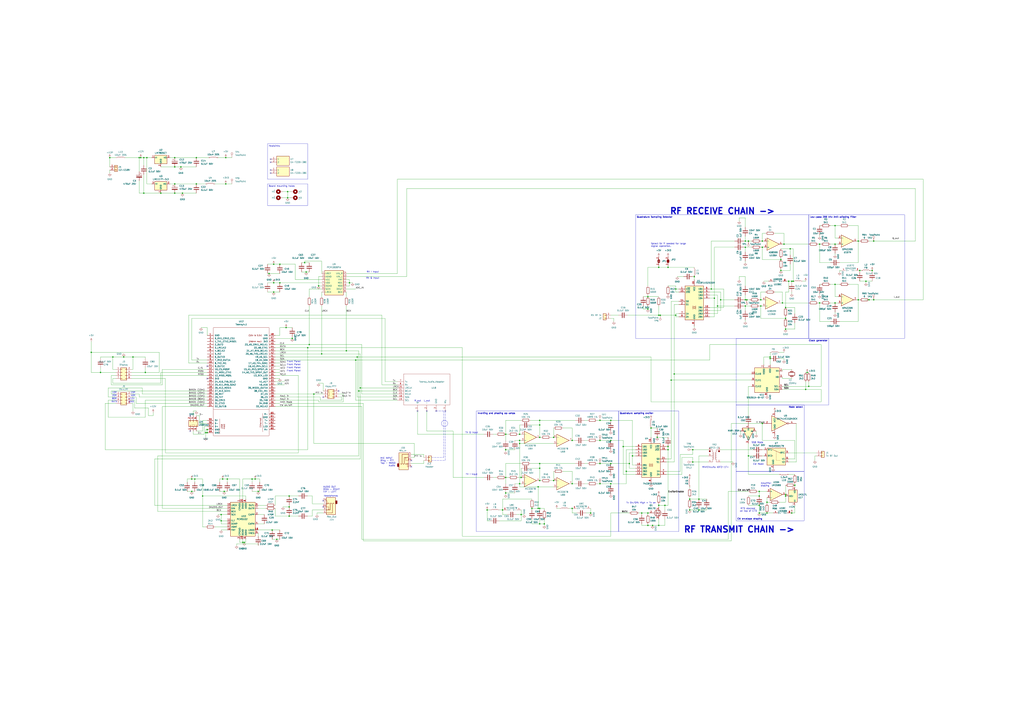
<source format=kicad_sch>
(kicad_sch (version 20250114) (generator "eeschema") (generator_version "9.0")
  (paper "A1")
  (title_block (title "T41 Mini Main+RF Board") (date "2025-12-25") (rev "V012.7") (comment 2 "Revised by WJ Schmidt-K9HZ") (comment 3 "Combined MAIN and RF board for Mini"))
  (circle (center 365.125 347.98) (radius 2.54))
  (text "Amplifier \nbiasing" (at 624.84 400.05 0) (effects (font (size 1.27 1.27)) (justify left bottom)))
  (text "+12V" (at 107.95 327.66 0) (effects (font (size 1.27 1.27))))
  (text "15M" (at 109.22 322.58 0) (effects (font (size 1.27 1.27) (thickness 0.1588))))
  (text "L_out" (at 347.98 330.2 0) (effects (font (size 1.27 1.27)) (justify left bottom)))
  (text "Front Panel" (at 241.3 297.18 0) (effects (font (size 1.27 1.27))))
  (text "R_out" (at 340.36 330.2 0) (effects (font (size 1.27 1.27)) (justify left bottom)))
  (text "Front Panel" (at 241.3 304.8 0) (effects (font (size 1.27 1.27))))
  (text "80M" (at 93.98 327.66 0) (effects (font (size 1.27 1.27))))
  (text "CW Mode" (at 618.49 382.27 0) (effects (font (size 1.27 1.27)) (justify left bottom)))
  (text "R73 stacked \non top of C73" (at 614.68 419.1 0) (effects (font (size 1.27 1.27))))
  (text "RX I Input" (at 306.07 223.52 0) (effects (font (size 1.27 1.27))))
  (text "TX Q Input" (at 387.35 355.6 0) (effects (font (size 1.27 1.27))))
  (text "Front Panel" (at 241.3 302.26 0) (effects (font (size 1.27 1.27))))
  (text "RF RECEIVE CHAIN ->" (at 549.91 176.53 0) (effects (font (size 5 5) (bold yes)) (justify left bottom)))
  (text "Headphones" (at 271.78 407.67 0) (effects (font (size 1.27 1.27))))
  (text "Select 5V if needed for large \nsignal operation." (at 534.67 203.2 0) (effects (font (size 1.27 1.27)) (justify left bottom)))
  (text "40M" (at 109.22 325.12 0) (effects (font (size 1.27 1.27))))
  (text "10M" (at 93.98 322.58 0) (effects (font (size 1.27 1.27))))
  (text "20M" (at 93.98 325.12 0) (effects (font (size 1.27 1.27))))
  (text "RX Q Input" (at 306.07 228.6 0) (effects (font (size 1.27 1.27))))
  (text "MIC INPUT\nRing - PTT\nTop - MONO \n       Audio" (at 312.42 383.54 0) (effects (font (size 1.27 1.27)) (justify left bottom)))
  (text "Tx On/Off: High = Tx on" (at 514.35 414.02 0) (effects (font (size 1.27 1.27)) (justify left bottom)))
  (text "SSB Mode" (at 617.22 364.49 0) (effects (font (size 1.27 1.27)) (justify left bottom)))
  (text "AUDIO OUT\nRING - RIGHT\nTIP - LEFT" (at 265.43 405.13 0) (effects (font (size 1.27 1.27)) (justify left bottom)))
  (text "Front Panel" (at 241.3 299.72 0) (effects (font (size 1.27 1.27))))
  (text "RXTX" (at 93.98 330.2 0) (effects (font (size 1.27 1.27))))
  (text "MiniCircuits ADT2-1T+" (at 576.58 384.81 0) (effects (font (size 1.27 1.27)) (justify left bottom)))
  (text "GND" (at 107.95 330.2 0) (effects (font (size 1.27 1.27))))
  (text "TX I Input" (at 387.35 389.89 0) (effects (font (size 1.27 1.27))))
  (text "RF TRANSMIT CHAIN ->" (at 561.34 438.15 0) (effects (font (size 5 5) (bold yes)) (justify left bottom)))
  (text_box "Board mounting holes" (at 219.71 151.13 0) (size 33.02 17.78) (margins 0.9525 0.9525 0.9525 0.9525) (effects (font (size 1.27 1.27)) (justify left top)))
  (text_box "Heatsinks" (at 219.71 118.11 0) (size 33.02 29.21) (margins 0.9525 0.9525 0.9525 0.9525) (effects (font (size 1.27 1.27)) (justify left top)))
  (text_box "Mode select" (at 604.52 332.74 0) (size 55.88 54.61) (margins 0.9525 0.9525 0.9525 0.9525) (effects (font (size 1.27 1.27) (thickness 0.254) (bold yes)) (justify right top)))
  (text_box "Inverting and phasing op-amps" (at 391.16 337.82 0) (size 116.84 99.06) (margins 0.9525 0.9525 0.9525 0.9525) (effects (font (size 1.27 1.27) (thickness 0.254) (bold yes)) (justify left top)))
  (text_box "Low-pass 200 kHz Anti-aliasing Filter" (at 664.21 176.53 0) (size 78.74 101.6) (margins 0.9525 0.9525 0.9525 0.9525) (effects (font (size 1.27 1.27) (thickness 0.254) (bold yes)) (justify left top)))
  (text_box "Clock generator" (at 604.52 278.13 0) (size 76.2 54.61) (margins 0.9525 0.9525 0.9525 0.9525) (effects (font (size 1.27 1.27) (thickness 0.254) (bold yes)) (justify right top)))
  (text_box "Quadrature sampling exciter" (at 508 337.82 0) (size 49.53 99.06) (margins 0.9525 0.9525 0.9525 0.9525) (effects (font (size 1.27 1.27) (thickness 0.254) (bold yes)) (justify left top)))
  (text_box "Quadrature Sampling Detector" (at 521.97 176.53 0) (size 142.24 101.6) (margins 0.9525 0.9525 0.9525 0.9525) (effects (font (size 1.27 1.27) (thickness 0.254) (bold yes)) (justify left top)))
  (text_box "CW envelope shaping" (at 604.52 387.35 0) (size 55.88 40.64) (margins 0.9525 0.9525 0.9525 0.9525) (effects (font (size 1.27 1.27) (thickness 0.254) (bold yes)) (justify left bottom)))
  (junction (at 629.92 412.75))
  (junction (at 685.8 248.92))
  (junction (at 492.76 361.95))
  (junction (at 224.79 232.41))
  (junction (at 645.16 252.73))
  (junction (at 492.76 397.51))
  (junction (at 632.46 294.64))
  (junction (at 501.65 381))
  (junction (at 548.64 219.71))
  (junction (at 539.75 359.41))
  (junction (at 711.2 231.14))
  (junction (at 426.72 361.95))
  (junction (at 92.71 293.37))
  (junction (at 645.16 406.4))
  (junction (at 501.65 397.51))
  (junction (at 527.05 421.64))
  (junction (at 664.21 317.5))
  (junction (at 511.81 367.03))
  (junction (at 82.55 306.07))
  (junction (at 224.79 217.17))
  (junction (at 443.23 359.41))
  (junction (at 532.13 254))
  (junction (at 427.99 392.43))
  (junction (at 661.67 320.04))
  (junction (at 642.62 248.92))
  (junction (at 589.28 251.46))
  (junction (at 236.22 162.56))
  (junction (at 415.29 392.43))
  (junction (at 651.51 231.14))
  (junction (at 554.99 237.49))
  (junction (at 685.8 233.68))
  (junction (at 157.48 393.7))
  (junction (at 553.72 307.34))
  (junction (at 186.69 393.7))
  (junction (at 641.35 222.25))
  (junction (at 623.57 407.67))
  (junction (at 237.49 416.56))
  (junction (at 469.9 397.51))
  (junction (at 541.02 259.08))
  (junction (at 584.2 237.49))
  (junction (at 436.88 417.83))
  (junction (at 223.52 435.61))
  (junction (at 542.29 259.08))
  (junction (at 199.39 445.77))
  (junction (at 250.19 215.9))
  (junction (at 161.29 129.54))
  (junction (at 143.51 129.54))
  (junction (at 645.16 261.62))
  (junction (at 261.62 234.95))
  (junction (at 74.93 289.56))
  (junction (at 161.29 151.13))
  (junction (at 673.1 200.66))
  (junction (at 586.74 245.11))
  (junction (at 469.9 417.83))
  (junction (at 516.89 381))
  (junction (at 662.94 306.07))
  (junction (at 90.17 129.54))
  (junction (at 426.72 397.51))
  (junction (at 443.23 430.53))
  (junction (at 614.68 198.12))
  (junction (at 237.49 424.18))
  (junction (at 704.85 246.38))
  (junction (at 535.94 431.8))
  (junction (at 643.89 200.66))
  (junction (at 716.28 222.25))
  (junction (at 294.64 321.31))
  (junction (at 292.1 295.91))
  (junction (at 501.65 361.95))
  (junction (at 427.99 422.91))
  (junction (at 209.55 393.7))
  (junction (at 118.11 129.54))
  (junction (at 706.12 222.25))
  (junction (at 234.95 269.24))
  (junction (at 454.66 359.41))
  (junction (at 240.03 278.13))
  (junction (at 181.61 422.91))
  (junction (at 185.42 129.54))
  (junction (at 207.01 393.7))
  (junction (at 132.08 158.75))
  (junction (at 181.61 427.99))
  (junction (at 109.22 293.37))
  (junction (at 166.37 407.67))
  (junction (at 115.57 129.54))
  (junction (at 548.64 367.03))
  (junction (at 227.33 443.23))
  (junction (at 645.16 407.67))
  (junction (at 443.23 394.97))
  (junction (at 647.7 231.14))
  (junction (at 624.84 251.46))
  (junction (at 143.51 151.13))
  (junction (at 447.04 430.53))
  (junction (at 400.05 419.1))
  (junction (at 454.66 394.97))
  (junction (at 182.88 393.7))
  (junction (at 168.91 355.6))
  (junction (at 626.11 198.12))
  (junction (at 704.85 198.12))
  (junction (at 612.14 246.38))
  (junction (at 114.3 129.54))
  (junction (at 251.46 223.52))
  (junction (at 685.8 200.66))
  (junction (at 426.72 364.49))
  (junction (at 566.42 419.1))
  (junction (at 469.9 361.95))
  (junction (at 443.23 384.81))
  (junction (at 568.96 369.57))
  (junction (at 501.65 345.44))
  (junction (at 492.76 381))
  (junction (at 623.57 421.64))
  (junction (at 443.23 381))
  (junction (at 254 283.21))
  (junction (at 629.92 421.64))
  (junction (at 200.66 445.77))
  (junction (at 554.99 259.08))
  (junction (at 650.24 421.64))
  (junction (at 157.48 403.86))
  (junction (at 613.41 246.38))
  (junction (at 101.6 293.37))
  (junction (at 415.29 356.87))
  (junction (at 551.18 312.42))
  (junction (at 612.14 203.2))
  (junction (at 120.65 129.54))
  (junction (at 673.1 248.92))
  (junction (at 614.68 374.65))
  (junction (at 229.87 232.41))
  (junction (at 143.51 158.75))
  (junction (at 170.18 355.6))
  (junction (at 220.98 224.79))
  (junction (at 295.91 318.77))
  (junction (at 284.48 288.29))
  (junction (at 717.55 246.38))
  (junction (at 492.76 345.44))
  (junction (at 149.86 158.75))
  (junction (at 541.02 219.71))
  (junction (at 612.14 251.46))
  (junction (at 685.8 185.42))
  (junction (at 264.16 290.83))
  (junction (at 119.38 306.07))
  (junction (at 415.29 369.57))
  (junction (at 184.15 403.86))
  (junction (at 626.11 347.98))
  (junction (at 626.11 203.2))
  (junction (at 257.81 323.85))
  (junction (at 170.18 353.06))
  (junction (at 441.96 400.05))
  (junction (at 514.35 387.35))
  (junction (at 415.29 405.13))
  (junction (at 237.49 407.67))
  (junction (at 412.75 419.1))
  (junction (at 532.13 421.64))
  (junction (at 441.96 417.83))
  (junction (at 252.73 285.75))
  (junction (at 485.14 421.64))
  (junction (at 713.74 246.38))
  (junction (at 612.14 198.12))
  (junction (at 426.72 356.87))
  (junction (at 623.57 415.29))
  (junction (at 574.04 419.1))
  (junction (at 143.51 137.16))
  (junction (at 541.02 415.29))
  (junction (at 645.16 270.51))
  (junction (at 541.02 431.8))
  (junction (at 148.59 137.16))
  (junction (at 632.46 293.37))
  (junction (at 212.09 403.86))
  (junction (at 546.1 415.29))
  (junction (at 652.78 398.78))
  (junction (at 160.02 393.7))
  (junction (at 623.57 403.86))
  (junction (at 532.13 431.8))
  (junction (at 443.23 349.25))
  (junction (at 624.84 246.38))
  (junction (at 566.42 410.21))
  (junction (at 591.82 246.38))
  (junction (at 293.37 293.37))
  (junction (at 443.23 345.44))
  (junction (at 568.96 379.73))
  (junction (at 443.23 417.83))
  (junction (at 229.87 217.17))
  (junction (at 224.79 240.03))
  (junction (at 118.11 158.75))
  (junction (at 650.24 231.14))
  (junction (at 185.42 151.13))
  (junction (at 287.02 232.41))
  (junction (at 236.22 157.48))
  (junction (at 574.04 410.21))
  (junction (at 534.67 351.79))
  (junction (at 717.55 198.12))
  (junction (at 641.35 213.36))
  (junction (at 519.43 374.65))
  (junction (at 532.13 243.84))
  (junction (at 648.97 204.47))
  (junction (at 548.64 369.57))
  (junction (at 570.23 227.33))
  (no_connect (at 265.43 416.56))
  (no_connect (at 358.14 337.82))
  (no_connect (at 278.13 321.31))
  (no_connect (at 265.43 411.48))
  (no_connect (at 156.21 341.63))
  (no_connect (at 337.82 383.54))
  (no_connect (at 170.18 311.15))
  (no_connect (at 222.25 139.7))
  (no_connect (at 337.82 378.46))
  (no_connect (at 222.25 133.35))
  (no_connect (at 342.9 337.82))
  (no_connect (at 156.21 354.33))
  (no_connect (at 365.76 337.82))
  (no_connect (at 222.25 130.81))
  (no_connect (at 350.52 337.82))
  (no_connect (at 170.18 300.99))
  (no_connect (at 222.25 142.24))
  (no_connect (at 265.43 326.39))
  (wire (pts (xy 610.87 246.38) (xy 612.14 246.38)))
  (wire (pts (xy 706.12 222.25) (xy 706.12 223.52)))
  (wire (pts (xy 546.1 431.8) (xy 541.02 431.8)))
  (wire (pts (xy 642.62 303.53) (xy 650.24 303.53)))
  (wire (pts (xy 661.67 306.07) (xy 662.94 306.07)))
  (wire (pts (xy 226.06 424.18) (xy 237.49 424.18)))
  (wire (pts (xy 326.39 147.32) (xy 326.39 224.79)))
  (wire (pts (xy 82.55 302.26) (xy 82.55 306.07)))
  (wire (pts (xy 706.12 222.25) (xy 707.39 222.25)))
  (wire (pts (xy 574.04 410.21) (xy 580.39 410.21)))
  (wire (pts (xy 236.22 162.56) (xy 238.76 162.56)))
  (wire (pts (xy 685.8 248.92) (xy 688.34 248.92)))
  (wire (pts (xy 119.38 306.07) (xy 130.81 306.07)))
  (wire (pts (xy 554.99 237.49) (xy 554.99 240.03)))
  (wire (pts (xy 109.22 331.47) (xy 109.22 337.82)))
  (wire (pts (xy 250.19 215.9) (xy 254 215.9)))
  (wire (pts (xy 685.8 243.84) (xy 685.8 233.68)))
  (wire (pts (xy 143.51 129.54) (xy 161.29 129.54)))
  (wire (pts (xy 681.99 185.42) (xy 685.8 185.42)))
  (wire (pts (xy 119.38 342.9) (xy 88.9 342.9)))
  (wire (pts (xy 652.78 265.43) (xy 652.78 270.51)))
  (wire (pts (xy 426.72 397.51) (xy 427.99 397.51)))
  (wire (pts (xy 642.62 309.88) (xy 642.62 311.15)))
  (wire (pts (xy 546.1 415.29) (xy 548.64 415.29)))
  (wire (pts (xy 119.38 328.93) (xy 119.38 342.9)))
  (wire (pts (xy 704.85 246.38) (xy 706.12 246.38)))
  (wire (pts (xy 647.7 240.03) (xy 647.7 231.14)))
  (wire (pts (xy 181.61 427.99) (xy 186.69 427.99)))
  (wire (pts (xy 412.75 410.21) (xy 412.75 419.1)))
  (wire (pts (xy 120.65 129.54) (xy 118.11 129.54)))
  (wire (pts (xy 115.57 129.54) (xy 118.11 129.54)))
  (wire (pts (xy 492.76 345.44) (xy 501.65 345.44)))
  (wire (pts (xy 501.65 397.51) (xy 501.65 398.78)))
  (wire (pts (xy 443.23 430.53) (xy 447.04 430.53)))
  (wire (pts (xy 521.97 367.03) (xy 511.81 367.03)))
  (wire (pts (xy 242.57 217.17) (xy 242.57 229.87)))
  (wire (pts (xy 91.44 316.23) (xy 91.44 308.61)))
  (wire (pts (xy 516.89 372.11) (xy 516.89 381)))
  (wire (pts (xy 659.13 231.14) (xy 661.67 231.14)))
  (wire (pts (xy 650.24 421.64) (xy 652.78 421.64)))
  (wire (pts (xy 168.91 355.6) (xy 168.91 353.06)))
  (wire (pts (xy 154.94 298.45) (xy 170.18 298.45)))
  (wire (pts (xy 294.64 321.31) (xy 294.64 288.29)))
  (wire (pts (xy 501.65 259.08) (xy 508 259.08)))
  (wire (pts (xy 556.26 227.33) (xy 561.34 227.33)))
  (wire (pts (xy 554.99 257.81) (xy 557.53 257.81)))
  (wire (pts (xy 226.06 293.37) (xy 293.37 293.37)))
  (wire (pts (xy 436.88 410.21) (xy 412.75 410.21)))
  (wire (pts (xy 751.84 154.94) (xy 334.01 154.94)))
  (wire (pts (xy 426.72 364.49) (xy 426.72 397.51)))
  (wire (pts (xy 504.19 261.62) (xy 504.19 264.16)))
  (wire (pts (xy 212.09 417.83) (xy 218.44 417.83)))
  (wire (pts (xy 422.91 397.51) (xy 426.72 397.51)))
  (wire (pts (xy 435.61 345.44) (xy 443.23 345.44)))
  (wire (pts (xy 566.42 408.94) (xy 566.42 410.21)))
  (wire (pts (xy 532.13 219.71) (xy 532.13 234.95)))
  (wire (pts (xy 501.65 345.44) (xy 519.43 345.44)))
  (wire (pts (xy 591.82 369.57) (xy 618.49 369.57)))
  (wire (pts (xy 158.75 354.33) (xy 158.75 356.87)))
  (wire (pts (xy 176.53 151.13) (xy 185.42 151.13)))
  (wire (pts (xy 334.01 154.94) (xy 334.01 227.33)))
  (wire (pts (xy 645.16 407.67) (xy 645.16 412.75)))
  (wire (pts (xy 293.37 326.39) (xy 326.39 326.39)))
  (wire (pts (xy 168.91 359.41) (xy 168.91 355.6)))
  (wire (pts (xy 111.76 331.47) (xy 170.18 331.47)))
  (wire (pts (xy 412.75 422.91) (xy 416.56 422.91)))
  (wire (pts (xy 607.06 179.07) (xy 612.14 179.07)))
  (wire (pts (xy 645.16 398.78) (xy 645.16 406.4)))
  (wire (pts (xy 400.05 427.99) (xy 400.05 419.1)))
  (wire (pts (xy 521.97 369.57) (xy 514.35 369.57)))
  (wire (pts (xy 582.93 283.21) (xy 674.37 283.21)))
  (wire (pts (xy 614.68 389.89) (xy 614.68 374.65)))
  (wire (pts (xy 114.3 129.54) (xy 115.57 129.54)))
  (wire (pts (xy 553.72 250.19) (xy 553.72 307.34)))
  (wire (pts (xy 261.62 234.95) (xy 264.16 234.95)))
  (wire (pts (xy 111.76 331.47) (xy 111.76 326.39)))
  (wire (pts (xy 480.06 381) (xy 482.6 381)))
  (wire (pts (xy 566.42 419.1) (xy 574.04 419.1)))
  (wire (pts (xy 427.99 345.44) (xy 415.29 345.44)))
  (wire (pts (xy 161.29 151.13) (xy 168.91 151.13)))
  (wire (pts (xy 501.65 397.51) (xy 514.35 397.51)))
  (wire (pts (xy 534.67 351.79) (xy 534.67 359.41)))
  (wire (pts (xy 295.91 318.77) (xy 326.39 318.77)))
  (wire (pts (xy 532.13 421.64) (xy 533.4 421.64)))
  (wire (pts (xy 447.04 426.72) (xy 447.04 430.53)))
  (wire (pts (xy 443.23 394.97) (xy 444.5 394.97)))
  (wire (pts (xy 674.37 320.04) (xy 674.37 330.2)))
  (wire (pts (xy 624.84 251.46) (xy 624.84 261.62)))
  (wire (pts (xy 372.11 392.43) (xy 397.51 392.43)))
  (wire (pts (xy 114.3 158.75) (xy 118.11 158.75)))
  (wire (pts (xy 297.18 334.01) (xy 297.18 443.23)))
  (wire (pts (xy 220.98 224.79) (xy 229.87 224.79)))
  (wire (pts (xy 342.9 337.82) (xy 342.9 356.87)))
  (wire (pts (xy 584.2 237.49) (xy 594.36 237.49)))
  (wire (pts (xy 624.84 198.12) (xy 626.11 198.12)))
  (wire (pts (xy 443.23 349.25) (xy 443.23 359.41)))
  (wire (pts (xy 261.62 227.33) (xy 264.16 227.33)))
  (wire (pts (xy 236.22 157.48) (xy 236.22 162.56)))
  (wire (pts (xy 212.09 422.91) (xy 217.17 422.91)))
  (wire (pts (xy 287.02 229.87) (xy 287.02 232.41)))
  (wire (pts (xy 626.11 374.65) (xy 627.38 374.65)))
  (wire (pts (xy 642.62 248.92) (xy 641.35 248.92)))
  (wire (pts (xy 685.8 233.68) (xy 689.61 233.68)))
  (wire (pts (xy 412.75 419.1) (xy 412.75 422.91)))
  (wire (pts (xy 293.37 293.37) (xy 534.67 293.37)))
  (wire (pts (xy 480.06 361.95) (xy 482.6 361.95)))
  (wire (pts (xy 648.97 217.17) (xy 648.97 222.25)))
  (wire (pts (xy 294.64 374.65) (xy 294.64 321.31)))
  (wire (pts (xy 158.75 341.63) (xy 158.75 337.82)))
  (wire (pts (xy 256.54 419.1) (xy 256.54 424.18)))
  (wire (pts (xy 95.25 306.07) (xy 82.55 306.07)))
  (wire (pts (xy 154.94 259.08) (xy 154.94 298.45)))
  (wire (pts (xy 250.19 214.63) (xy 250.19 215.9)))
  (wire (pts (xy 467.36 417.83) (xy 469.9 417.83)))
  (wire (pts (xy 436.88 430.53) (xy 443.23 430.53)))
  (wire (pts (xy 541.02 415.29) (xy 541.02 416.56)))
  (wire (pts (xy 196.85 443.23) (xy 196.85 445.77)))
  (wire (pts (xy 539.75 359.41) (xy 548.64 359.41)))
  (wire (pts (xy 652.78 361.95) (xy 652.78 377.19)))
  (wire (pts (xy 229.87 269.24) (xy 234.95 269.24)))
  (wire (pts (xy 574.04 374.65) (xy 581.66 374.65)))
  (wire (pts (xy 490.22 345.44) (xy 492.76 345.44)))
  (wire (pts (xy 297.18 323.85) (xy 326.39 323.85)))
  (wire (pts (xy 511.81 367.03) (xy 511.81 389.89)))
  (wire (pts (xy 646.43 231.14) (xy 647.7 231.14)))
  (wire (pts (xy 427.99 384.81) (xy 427.99 392.43)))
  (wire (pts (xy 612.14 198.12) (xy 614.68 198.12)))
  (wire (pts (xy 515.62 259.08) (xy 541.02 259.08)))
  (wire (pts (xy 532.13 219.71) (xy 541.02 219.71)))
  (wire (pts (xy 717.55 198.12) (xy 751.84 198.12)))
  (wire (pts (xy 443.23 417.83) (xy 443.23 419.1)))
  (wire (pts (xy 704.85 233.68) (xy 704.85 246.38)))
  (wire (pts (xy 650.24 231.14) (xy 651.51 231.14)))
  (wire (pts (xy 566.42 400.05) (xy 566.42 401.32)))
  (wire (pts (xy 541.02 414.02) (xy 541.02 415.29)))
  (wire (pts (xy 415.29 405.13) (xy 422.91 405.13)))
  (wire (pts (xy 685.8 185.42) (xy 689.61 185.42)))
  (wire (pts (xy 623.57 251.46) (xy 624.84 251.46)))
  (wire (pts (xy 603.25 203.2) (xy 586.74 203.2)))
  (wire (pts (xy 260.35 421.64) (xy 260.35 422.91)))
  (wire (pts (xy 90.17 129.54) (xy 95.25 129.54)))
  (wire (pts (xy 287.02 232.41) (xy 287.02 234.95)))
  (wire (pts (xy 652.78 270.51) (xy 645.16 270.51)))
  (wire (pts (xy 704.85 264.16) (xy 704.85 246.38)))
  (wire (pts (xy 623.57 246.38) (xy 624.84 246.38)))
  (wire (pts (xy 643.89 200.66) (xy 642.62 200.66)))
  (wire (pts (xy 713.74 246.38) (xy 717.55 246.38)))
  (wire (pts (xy 568.96 379.73) (xy 581.66 379.73)))
  (wire (pts (xy 641.35 212.09) (xy 641.35 213.36)))
  (wire (pts (xy 511.81 361.95) (xy 511.81 367.03)))
  (wire (pts (xy 91.44 308.61) (xy 95.25 308.61)))
  (wire (pts (xy 166.37 345.44) (xy 170.18 345.44)))
  (wire (pts (xy 614.68 317.5) (xy 614.68 341.63)))
  (wire (pts (xy 642.62 317.5) (xy 664.21 317.5)))
  (wire (pts (xy 673.1 215.9) (xy 673.1 200.66)))
  (wire (pts (xy 415.29 369.57) (xy 415.29 370.84)))
  (wire (pts (xy 673.1 264.16) (xy 681.99 264.16)))
  (wire (pts (xy 284.48 224.79) (xy 326.39 224.79)))
  (wire (pts (xy 92.71 314.96) (xy 92.71 311.15)))
  (wire (pts (xy 551.18 312.42) (xy 551.18 377.19)))
  (wire (pts (xy 697.23 185.42) (xy 704.85 185.42)))
  (wire (pts (xy 161.29 341.63) (xy 163.83 341.63)))
  (wire (pts (xy 612.14 227.33) (xy 612.14 234.95)))
  (wire (pts (xy 405.13 356.87) (xy 407.67 356.87)))
  (wire (pts (xy 532.13 430.53) (xy 532.13 431.8)))
  (wire (pts (xy 337.82 375.92) (xy 340.36 375.92)))
  (wire (pts (xy 580.39 419.1) (xy 574.04 419.1)))
  (wire (pts (xy 612.14 203.2) (xy 612.14 207.01)))
  (wire (pts (xy 711.2 231.14) (xy 716.28 231.14)))
  (wire (pts (xy 199.39 445.77) (xy 200.66 445.77)))
  (wire (pts (xy 511.81 389.89) (xy 521.97 389.89)))
  (wire (pts (xy 645.16 260.35) (xy 645.16 261.62)))
  (wire (pts (xy 612.14 251.46) (xy 612.14 255.27)))
  (wire (pts (xy 560.07 389.89) (xy 560.07 375.92)))
  (wire (pts (xy 685.8 256.54) (xy 685.8 257.81)))
  (wire (pts (xy 185.42 129.54) (xy 190.5 129.54)))
  (wire (pts (xy 681.99 233.68) (xy 685.8 233.68)))
  (wire (pts (xy 586.74 245.11) (xy 582.93 245.11)))
  (wire (pts (xy 157.48 393.7) (xy 153.67 393.7)))
  (wire (pts (xy 584.2 198.12) (xy 584.2 237.49)))
  (wire (pts (xy 254 251.46) (xy 254 283.21)))
  (wire (pts (xy 632.46 289.56) (xy 632.46 293.37)))
  (wire (pts (xy 234.95 269.24) (xy 240.03 269.24)))
  (wire (pts (xy 170.18 353.06) (xy 170.18 355.6)))
  (wire (pts (xy 402.59 427.99) (xy 400.05 427.99)))
  (wire (pts (xy 118.11 158.75) (xy 118.11 143.51)))
  (wire (pts (xy 410.21 427.99) (xy 427.99 427.99)))
  (wire (pts (xy 297.18 323.85) (xy 297.18 283.21)))
  (wire (pts (xy 158.75 337.82) (xy 161.29 337.82)))
  (wire (pts (xy 201.93 410.21) (xy 201.93 407.67)))
  (wire (pts (xy 114.3 148.59) (xy 114.3 158.75)))
  (wire (pts (xy 226.06 311.15) (xy 229.87 311.15)))
  (wire (pts (xy 568.96 373.38) (xy 568.96 369.57)))
  (wire (pts (xy 132.08 306.07) (xy 132.08 314.96)))
  (wire (pts (xy 645.16 240.03) (xy 647.7 240.03)))
  (wire (pts (xy 127 377.19) (xy 295.91 377.19)))
  (wire (pts (xy 598.17 443.23) (xy 598.17 403.86)))
  (wire (pts (xy 427.99 381) (xy 415.29 381)))
  (wire (pts (xy 514.35 397.51) (xy 514.35 387.35)))
  (wire (pts (xy 454.66 351.79) (xy 454.66 359.41)))
  (wire (pts (xy 632.46 293.37) (xy 632.46 294.64)))
  (wire (pts (xy 554.99 260.35) (xy 554.99 259.08)))
  (wire (pts (xy 129.54 420.37) (xy 186.69 420.37)))
  (wire (pts (xy 648.97 222.25) (xy 641.35 222.25)))
  (wire (pts (xy 652.78 252.73) (xy 645.16 252.73)))
  (wire (pts (xy 501.65 421.64) (xy 516.89 421.64)))
  (wire (pts (xy 226.06 303.53) (xy 229.87 303.53)))
  (wire (pts (xy 624.84 240.03) (xy 624.84 246.38)))
  (wire (pts (xy 88.9 326.39) (xy 95.25 326.39)))
  (wire (pts (xy 226.06 283.21) (xy 254 283.21)))
  (wire (pts (xy 86.36 331.47) (xy 95.25 331.47)))
  (polyline (pts (xy 354.33 378.46) (xy 365.76 378.46)) (stroke (width 0) (type dash)))
  (wire (pts (xy 600.71 347.98) (xy 600.71 444.5)))
  (wire (pts (xy 582.93 257.81) (xy 589.28 257.81)))
  (wire (pts (xy 642.62 304.8) (xy 642.62 303.53)))
  (wire (pts (xy 621.03 354.33) (xy 621.03 356.87)))
  (wire (pts (xy 337.82 373.38) (xy 347.98 373.38)))
  (wire (pts (xy 166.37 407.67) (xy 201.93 407.67)))
  (wire (pts (xy 519.43 374.65) (xy 519.43 382.27)))
  (wire (pts (xy 661.67 320.04) (xy 674.37 320.04)))
  (wire (pts (xy 287.02 234.95) (xy 284.48 234.95)))
  (wire (pts (xy 252.73 369.57) (xy 86.36 369.57)))
  (wire (pts (xy 469.9 351.79) (xy 469.9 361.95)))
  (wire (pts (xy 527.05 431.8) (xy 532.13 431.8)))
  (wire (pts (xy 166.37 433.07) (xy 166.37 407.67)))
  (wire (pts (xy 612.14 203.2) (xy 617.22 203.2)))
  (wire (pts (xy 116.84 323.85) (xy 170.18 323.85)))
  (wire (pts (xy 120.65 151.13) (xy 124.46 151.13)))
  (wire (pts (xy 226.06 313.69) (xy 233.68 313.69)))
  (wire (pts (xy 713.74 198.12) (xy 717.55 198.12)))
  (wire (pts (xy 548.64 219.71) (xy 570.23 219.71)))
  (wire (pts (xy 91.44 321.31) (xy 170.18 321.31)))
  (wire (pts (xy 245.11 372.11) (xy 135.89 372.11)))
  (wire (pts (xy 124.46 129.54) (xy 120.65 129.54)))
  (wire (pts (xy 469.9 387.35) (xy 469.9 397.51)))
  (wire (pts (xy 548.64 369.57) (xy 548.64 415.29)))
  (wire (pts (xy 114.3 129.54) (xy 114.3 140.97)))
  (wire (pts (xy 541.02 431.8) (xy 541.02 426.72)))
  (wire (pts (xy 143.51 158.75) (xy 149.86 158.75)))
  (wire (pts (xy 534.67 351.79) (xy 539.75 351.79)))
  (wire (pts (xy 125.73 341.63) (xy 125.73 339.09)))
  (wire (pts (xy 532.13 251.46) (xy 532.13 254)))
  (wire (pts (xy 107.95 306.07) (xy 119.38 306.07)))
  (wire (pts (xy 546.1 415.29) (xy 541.02 415.29)))
  (wire (pts (xy 261.62 330.2) (xy 261.62 328.93)))
  (wire (pts (xy 551.18 377.19) (xy 547.37 377.19)))
  (wire (pts (xy 226.06 300.99) (xy 229.87 300.99)))
  (wire (pts (xy 647.7 377.19) (xy 652.78 377.19)))
  (wire (pts (xy 614.68 415.29) (xy 623.57 415.29)))
  (wire (pts (xy 541.02 218.44) (xy 541.02 219.71)))
  (wire (pts (xy 661.67 313.69) (xy 661.67 320.04)))
  (wire (pts (xy 751.84 198.12) (xy 751.84 154.94)))
  (wire (pts (xy 711.2 231.14) (xy 711.2 232.41)))
  (wire (pts (xy 568.96 369.57) (xy 581.66 369.57)))
  (wire (pts (xy 626.11 369.57) (xy 627.38 369.57)))
  (wire (pts (xy 501.65 261.62) (xy 504.19 261.62)))
  (wire (pts (xy 443.23 417.83) (xy 441.96 417.83)))
  (wire (pts (xy 415.29 405.13) (xy 415.29 406.4)))
  (wire (pts (xy 534.67 293.37) (xy 534.67 330.2)))
  (wire (pts (xy 612.14 214.63) (xy 612.14 215.9)))
  (wire (pts (xy 181.61 430.53) (xy 186.69 430.53)))
  (wire (pts (xy 521.97 374.65) (xy 519.43 374.65)))
  (wire (pts (xy 132.08 158.75) (xy 143.51 158.75)))
  (wire (pts (xy 607.06 227.33) (xy 612.14 227.33)))
  (wire (pts (xy 185.42 151.13) (xy 190.5 151.13)))
  (wire (pts (xy 582.93 260.35) (xy 586.74 260.35)))
  (wire (pts (xy 415.29 381) (xy 415.29 392.43)))
  (wire (pts (xy 447.04 417.83) (xy 443.23 417.83)))
  (wire (pts (xy 582.93 295.91) (xy 582.93 283.21)))
  (wire (pts (xy 650.24 231.14) (xy 650.24 232.41)))
  (wire (pts (xy 612.14 179.07) (xy 612.14 186.69)))
  (wire (pts (xy 82.55 293.37) (xy 92.71 293.37)))
  (wire (pts (xy 557.53 237.49) (xy 554.99 237.49)))
  (wire (pts (xy 628.65 191.77) (xy 626.11 191.77)))
  (wire (pts (xy 626.11 203.2) (xy 627.38 203.2)))
  (wire (pts (xy 212.09 438.15) (xy 212.09 440.69)))
  (wire (pts (xy 629.92 421.64) (xy 635 421.64)))
  (wire (pts (xy 426.72 400.05) (xy 426.72 397.51)))
  (wire (pts (xy 102.87 129.54) (xy 114.3 129.54)))
  (wire (pts (xy 627.38 299.72) (xy 627.38 293.37)))
  (wire (pts (xy 704.85 198.12) (xy 706.12 198.12)))
  (wire (pts (xy 226.06 331.47) (xy 229.87 331.47)))
  (wire (pts (xy 519.43 345.44) (xy 519.43 374.65)))
  (wire (pts (xy 287.02 232.41) (xy 289.56 232.41)))
  (wire (pts (xy 74.93 289.56) (xy 74.93 280.67)))
  (wire (pts (xy 262.89 328.93) (xy 262.89 326.39)))
  (wire (pts (xy 116.84 323.85) (xy 116.84 318.77)))
  (wire (pts (xy 490.22 381) (xy 492.76 381)))
  (wire (pts (xy 527.05 421.64) (xy 527.05 422.91)))
  (wire (pts (xy 280.67 326.39) (xy 280.67 328.93)))
  (wire (pts (xy 548.64 369.57) (xy 548.64 367.03)))
  (wire (pts (xy 226.06 306.07) (xy 229.87 306.07)))
  (wire (pts (xy 107.95 303.53) (xy 109.22 303.53)))
  (wire (pts (xy 167.64 356.87) (xy 167.64 350.52)))
  (wire (pts (xy 610.87 251.46) (xy 612.14 251.46)))
  (polyline (pts (xy 358.14 337.82) (xy 364.49 337.82)) (stroke (width 0) (type dash)))
  (wire (pts (xy 237.49 415.29) (xy 237.49 416.56)))
  (wire (pts (xy 256.54 419.1) (xy 265.43 419.1)))
  (wire (pts (xy 143.51 151.13) (xy 161.29 151.13)))
  (wire (pts (xy 227.33 443.23) (xy 229.87 443.23)))
  (wire (pts (xy 624.84 203.2) (xy 626.11 203.2)))
  (wire (pts (xy 636.27 240.03) (xy 642.62 240.03)))
  (wire (pts (xy 443.23 426.72) (xy 443.23 430.53)))
  (wire (pts (xy 160.02 396.24) (xy 160.02 393.7)))
  (wire (pts (xy 673.1 248.92) (xy 674.37 248.92)))
  (wire (pts (xy 194.31 447.04) (xy 194.31 448.31)))
  (wire (pts (xy 86.36 369.57) (xy 86.36 331.47)))
  (wire (pts (xy 264.16 224.79) (xy 264.16 214.63)))
  (wire (pts (xy 524.51 421.64) (xy 527.05 421.64)))
  (wire (pts (xy 240.03 278.13) (xy 240.03 276.86)))
  (wire (pts (xy 166.37 407.67) (xy 166.37 393.7)))
  (wire (pts (xy 547.37 379.73) (xy 553.72 379.73)))
  (wire (pts (xy 670.56 374.65) (xy 669.29 374.65)))
  (wire (pts (xy 232.41 157.48) (xy 236.22 157.48)))
  (wire (pts (xy 664.21 313.69) (xy 664.21 317.5)))
  (wire (pts (xy 226.06 328.93) (xy 261.62 328.93)))
  (wire (pts (xy 297.18 443.23) (xy 598.17 443.23)))
  (wire (pts (xy 196.85 445.77) (xy 199.39 445.77)))
  (wire (pts (xy 157.48 403.86) (xy 160.02 403.86)))
  (wire (pts (xy 681.99 200.66) (xy 685.8 200.66)))
  (wire (pts (xy 256.54 424.18) (xy 252.73 424.18)))
  (wire (pts (xy 673.1 248.92) (xy 673.1 264.16)))
  (wire (pts (xy 316.23 261.62) (xy 157.48 261.62)))
  (wire (pts (xy 207.01 393.7) (xy 209.55 393.7)))
  (wire (pts (xy 252.73 285.75) (xy 252.73 369.57)))
  (wire (pts (xy 690.88 222.25) (xy 689.61 222.25)))
  (wire (pts (xy 229.87 275.59) (xy 229.87 269.24)))
  (wire (pts (xy 441.96 400.05) (xy 426.72 400.05)))
  (wire (pts (xy 181.61 435.61) (xy 186.69 435.61)))
  (wire (pts (xy 528.32 243.84) (xy 532.13 243.84)))
  (wire (pts (xy 624.84 251.46) (xy 626.11 251.46)))
  (wire (pts (xy 591.82 255.27) (xy 591.82 246.38)))
  (wire (pts (xy 426.72 361.95) (xy 427.99 361.95)))
  (wire (pts (xy 627.38 231.14) (xy 631.19 231.14)))
  (wire (pts (xy 673.1 185.42) (xy 674.37 185.42)))
  (wire (pts (xy 541.02 259.08) (xy 542.29 259.08)))
  (wire (pts (xy 251.46 223.52) (xy 254 223.52)))
  (wire (pts (xy 689.61 215.9) (xy 704.85 215.9)))
  (wire (pts (xy 170.18 275.59) (xy 170.18 269.24)))
  (wire (pts (xy 704.85 215.9) (xy 704.85 198.12)))
  (wire (pts (xy 697.23 233.68) (xy 704.85 233.68)))
  (wire (pts (xy 281.94 323.85) (xy 281.94 330.2)))
  (wire (pts (xy 443.23 384.81) (xy 443.23 394.97)))
  (wire (pts (xy 237.49 424.18) (xy 245.11 424.18)))
  (wire (pts (xy 681.99 248.92) (xy 685.8 248.92)))
  (wire (pts (xy 546.1 415.29) (xy 546.1 419.1)))
  (wire (pts (xy 179.07 422.91) (xy 181.61 422.91)))
  (wire (pts (xy 199.39 443.23) (xy 199.39 445.77)))
  (wire (pts (xy 298.45 444.5) (xy 600.71 444.5)))
  (wire (pts (xy 492.76 361.95) (xy 501.65 361.95)))
  (wire (pts (xy 139.7 129.54) (xy 143.51 129.54)))
  (wire (pts (xy 74.93 306.07) (xy 74.93 289.56)))
  (wire (pts (xy 223.52 443.23) (xy 227.33 443.23)))
  (wire (pts (xy 298.45 331.47) (xy 298.45 444.5)))
  (wire (pts (xy 186.69 393.7) (xy 186.69 396.24)))
  (wire (pts (xy 213.36 393.7) (xy 209.55 393.7)))
  (wire (pts (xy 135.89 311.15) (xy 135.89 372.11)))
  (wire (pts (xy 121.92 335.28) (xy 121.92 341.63)))
  (wire (pts (xy 405.13 392.43) (xy 407.67 392.43)))
  (wire (pts (xy 469.9 397.51) (xy 472.44 397.51)))
  (wire (pts (xy 547.37 387.35) (xy 558.8 387.35)))
  (wire (pts (xy 168.91 355.6) (xy 170.18 355.6)))
  (wire (pts (xy 180.34 396.24) (xy 180.34 393.7)))
  (wire (pts (xy 427.99 349.25) (xy 426.72 349.25)))
  (wire (pts (xy 118.11 129.54) (xy 118.11 135.89)))
  (wire (pts (xy 636.27 191.77) (xy 643.89 191.77)))
  (wire (pts (xy 284.48 232.41) (xy 287.02 232.41)))
  (wire (pts (xy 264.16 251.46) (xy 264.16 290.83)))
  (wire (pts (xy 143.51 137.16) (xy 148.59 137.16)))
  (wire (pts (xy 119.38 328.93) (xy 170.18 328.93)))
  (wire (pts (xy 469.9 417.83) (xy 469.9 421.64)))
  (wire (pts (xy 226.06 285.75) (xy 252.73 285.75)))
  (wire (pts (xy 226.06 316.23) (xy 233.68 316.23)))
  (wire (pts (xy 626.11 347.98) (xy 626.11 361.95)))
  (wire (pts (xy 586.74 260.35) (xy 586.74 245.11)))
  (wire (pts (xy 462.28 351.79) (xy 469.9 351.79)))
  (wire (pts (xy 645.16 412.75) (xy 640.08 412.75)))
  (wire (pts (xy 121.92 341.63) (xy 125.73 341.63)))
  (wire (pts (xy 443.23 345.44) (xy 443.23 349.25)))
  (wire (pts (xy 547.37 367.03) (xy 548.64 367.03)))
  (wire (pts (xy 481.33 421.64) (xy 485.14 421.64)))
  (wire (pts (xy 88.9 342.9) (xy 88.9 328.93)))
  (wire (pts (xy 247.65 223.52) (xy 251.46 223.52)))
  (wire (pts (xy 168.91 433.07) (xy 166.37 433.07)))
  (wire (pts (xy 689.61 264.16) (xy 704.85 264.16)))
  (wire (pts (xy 180.34 393.7) (xy 182.88 393.7)))
  (wire (pts (xy 219.71 240.03) (xy 224.79 240.03)))
  (wire (pts (xy 532.13 243.84) (xy 541.02 243.84)))
  (wire (pts (xy 196.85 393.7) (xy 196.85 410.21)))
  (wire (pts (xy 92.71 303.53) (xy 95.25 303.53)))
  (wire (pts (xy 527.05 430.53) (xy 527.05 431.8)))
  (wire (pts (xy 443.23 381) (xy 443.23 384.81)))
  (wire (pts (xy 278.13 323.85) (xy 281.94 323.85)))
  (wire (pts (xy 551.18 312.42) (xy 617.22 312.42)))
  (wire (pts (xy 703.58 246.38) (xy 704.85 246.38)))
  (wire (pts (xy 129.54 420.37) (xy 129.54 374.65)))
  (wire (pts (xy 415.29 392.43) (xy 417.83 392.43)))
  (wire (pts (xy 237.49 407.67) (xy 245.11 407.67)))
  (wire (pts (xy 632.46 294.64) (xy 632.46 299.72)))
  (wire (pts (xy 133.35 316.23) (xy 91.44 316.23)))
  (wire (pts (xy 199.39 393.7) (xy 199.39 410.21)))
  (wire (pts (xy 574.04 417.83) (xy 574.04 419.1)))
  (wire (pts (xy 415.29 345.44) (xy 415.29 356.87)))
  (wire (pts (xy 316.23 313.69) (xy 316.23 261.62)))
  (wire (pts (xy 212.09 430.53) (xy 217.17 430.53)))
  (wire (pts (xy 582.93 252.73) (xy 594.36 252.73)))
  (wire (pts (xy 541.02 219.71) (xy 548.64 219.71)))
  (wire (pts (xy 715.01 222.25) (xy 716.28 222.25)))
  (wire (pts (xy 554.99 234.95) (xy 548.64 234.95)))
  (wire (pts (xy 614.68 389.89) (xy 640.08 389.89)))
  (wire (pts (xy 153.67 403.86) (xy 157.48 403.86)))
  (wire (pts (xy 284.48 237.49) (xy 292.1 237.49)))
  (wire (pts (xy 541.02 251.46) (xy 541.02 259.08)))
  (wire (pts (xy 647.7 389.89) (xy 652.78 389.89)))
  (wire (pts (xy 88.9 318.77) (xy 88.9 326.39)))
  (wire (pts (xy 652.78 257.81) (xy 652.78 252.73)))
  (wire (pts (xy 226.06 288.29) (xy 284.48 288.29)))
  (wire (pts (xy 490.22 361.95) (xy 492.76 361.95)))
  (wire (pts (xy 342.9 356.87) (xy 397.51 356.87)))
  (wire (pts (xy 626.11 361.95) (xy 652.78 361.95)))
  (wire (pts (xy 107.95 308.61) (xy 170.18 308.61)))
  (wire (pts (xy 669.29 374.65) (xy 669.29 378.46)))
  (wire (pts (xy 469.9 361.95) (xy 472.44 361.95)))
  (wire (pts (xy 316.23 313.69) (xy 326.39 313.69)))
  (wire (pts (xy 297.18 283.21) (xy 254 283.21)))
  (wire (pts (xy 219.71 217.17) (xy 224.79 217.17)))
  (wire (pts (xy 642.62 248.92) (xy 664.21 248.92)))
  (wire (pts (xy 265.43 314.96) (xy 261.62 314.96)))
  (wire (pts (xy 647.7 372.11) (xy 670.56 372.11)))
  (wire (pts (xy 716.28 222.25) (xy 716.28 223.52)))
  (wire (pts (xy 610.87 203.2) (xy 612.14 203.2)))
  (wire (pts (xy 554.99 240.03) (xy 557.53 240.03)))
  (wire (pts (xy 109.22 303.53) (xy 109.22 293.37)))
  (wire (pts (xy 167.64 350.52) (xy 170.18 350.52)))
  (wire (pts (xy 158.75 356.87) (xy 167.64 356.87)))
  (wire (pts (xy 212.09 403.86) (xy 213.36 403.86)))
  (wire (pts (xy 119.38 306.07) (xy 119.38 302.26)))
  (wire (pts (xy 558.8 373.38) (xy 568.96 373.38)))
  (wire (pts (xy 436.88 430.53) (xy 436.88 426.72)))
  (wire (pts (xy 226.06 407.67) (xy 226.06 415.29)))
  (wire (pts (xy 372.11 392.43) (xy 372.11 354.33)))
  (wire (pts (xy 589.28 251.46) (xy 589.28 242.57)))
  (wire (pts (xy 295.91 318.77) (xy 295.91 290.83)))
  (wire (pts (xy 627.38 293.37) (xy 632.46 293.37)))
  (wire (pts (xy 313.69 259.08) (xy 154.94 259.08)))
  (wire (pts (xy 133.35 303.53) (xy 170.18 303.53)))
  (wire (pts (xy 501.65 421.64) (xy 501.65 440.69)))
  (wire (pts (xy 120.65 129.54) (xy 120.65 151.13)))
  (wire (pts (xy 422.91 361.95) (xy 426.72 361.95)))
  (wire (pts (xy 612.14 262.89) (xy 612.14 264.16)))
  (wire (pts (xy 292.1 295.91) (xy 582.93 295.91)))
  (wire (pts (xy 116.84 318.77) (xy 88.9 318.77)))
  (wire (pts (xy 184.15 403.86) (xy 186.69 403.86)))
  (wire (pts (xy 133.35 303.53) (xy 133.35 316.23)))
  (wire (pts (xy 648.97 204.47) (xy 648.97 209.55)))
  (wire (pts (xy 90.17 139.7) (xy 90.17 142.24)))
  (wire (pts (xy 626.11 198.12) (xy 627.38 198.12)))
  (wire (pts (xy 589.28 251.46) (xy 603.25 251.46)))
  (wire (pts (xy 622.3 403.86) (xy 623.57 403.86)))
  (wire (pts (xy 226.06 295.91) (xy 292.1 295.91)))
  (wire (pts (xy 626.11 213.36) (xy 626.11 203.2)))
  (wire (pts (xy 426.72 364.49) (xy 426.72 361.95)))
  (wire (pts (xy 554.99 259.08) (xy 554.99 257.81)))
  (wire (pts (xy 90.17 129.54) (xy 90.17 137.16)))
  (wire (pts (xy 647.7 379.73) (xy 654.05 379.73)))
  (wire (pts (xy 139.7 151.13) (xy 143.51 151.13)))
  (wire (pts (xy 232.41 416.56) (xy 237.49 416.56)))
  (wire (pts (xy 426.72 349.25) (xy 426.72 356.87)))
  (wire (pts (xy 281.94 330.2) (xy 261.62 330.2)))
  (wire (pts (xy 181.61 422.91) (xy 181.61 427.99)))
  (wire (pts (xy 237.49 407.67) (xy 226.06 407.67)))
  (polyline (pts (xy 364.49 375.92) (xy 364.49 337.82)) (stroke (width 0) (type dash)))
  (wire (pts (xy 436.88 417.83) (xy 441.96 417.83)))
  (wire (pts (xy 673.1 241.3) (xy 673.1 242.57)))
  (wire (pts (xy 570.23 227.33) (xy 570.23 229.87)))
  (wire (pts (xy 645.16 252.73) (xy 645.16 240.03)))
  (wire (pts (xy 643.89 289.56) (xy 640.08 289.56)))
  (wire (pts (xy 379.73 440.69) (xy 379.73 285.75)))
  (wire (pts (xy 654.05 347.98) (xy 654.05 379.73)))
  (wire (pts (xy 132.08 158.75) (xy 118.11 158.75)))
  (wire (pts (xy 224.79 217.17) (xy 229.87 217.17)))
  (wire (pts (xy 149.86 158.75) (xy 161.29 158.75)))
  (wire (pts (xy 415.29 369.57) (xy 422.91 369.57)))
  (wire (pts (xy 347.98 378.46) (xy 347.98 381)))
  (wire (pts (xy 626.11 213.36) (xy 641.35 213.36)))
  (wire (pts (xy 614.68 198.12) (xy 617.22 198.12)))
  (wire (pts (xy 528.32 254) (xy 528.32 251.46)))
  (wire (pts (xy 647.7 231.14) (xy 650.24 231.14)))
  (wire (pts (xy 226.06 334.01) (xy 297.18 334.01)))
  (wire (pts (xy 443.23 359.41) (xy 444.5 359.41)))
  (wire (pts (xy 452.12 359.41) (xy 454.66 359.41)))
  (wire (pts (xy 443.23 345.44) (xy 472.44 345.44)))
  (wire (pts (xy 424.18 422.91) (xy 427.99 422.91)))
  (wire (pts (xy 207.01 396.24) (xy 207.01 393.7)))
  (wire (pts (xy 107.95 328.93) (xy 110.49 328.93)))
  (wire (pts (xy 490.22 397.51) (xy 492.76 397.51)))
  (wire (pts (xy 532.13 242.57) (xy 532.13 243.84)))
  (wire (pts (xy 632.46 412.75) (xy 629.92 412.75)))
  (wire (pts (xy 673.1 233.68) (xy 674.37 233.68)))
  (wire (pts (xy 88.9 328.93) (xy 95.25 328.93)))
  (wire (pts (xy 166.37 354.33) (xy 166.37 345.44)))
  (wire (pts (xy 133.35 417.83) (xy 186.69 417.83)))
  (wire (pts (xy 758.19 147.32) (xy 326.39 147.32)))
  (wire (pts (xy 462.28 387.35) (xy 469.9 387.35)))
  (wire (pts (xy 607.06 229.87) (xy 607.06 227.33)))
  (wire (pts (xy 340.36 364.49) (xy 257.81 364.49)))
  (wire (pts (xy 612.14 242.57) (xy 612.14 246.38)))
  (wire (pts (xy 293.37 326.39) (xy 293.37 293.37)))
  (wire (pts (xy 527.05 421.64) (xy 532.13 421.64)))
  (wire (pts (xy 614.68 407.67) (xy 623.57 407.67)))
  (wire (pts (xy 641.35 204.47) (xy 648.97 204.47)))
  (wire (pts (xy 415.29 356.87) (xy 417.83 356.87)))
  (wire (pts (xy 231.14 308.61) (xy 245.11 308.61)))
  (wire (pts (xy 257.81 323.85) (xy 265.43 323.85)))
  (wire (pts (xy 547.37 389.89) (xy 560.07 389.89)))
  (wire (pts (xy 650.24 240.03) (xy 650.24 241.3)))
  (wire (pts (xy 435.61 384.81) (xy 443.23 384.81)))
  (wire (pts (xy 186.69 422.91) (xy 181.61 422.91)))
  (wire (pts (xy 614.68 374.65) (xy 618.49 374.65)))
  (wire (pts (xy 232.41 331.47) (xy 298.45 331.47)))
  (wire (pts (xy 551.18 247.65) (xy 557.53 247.65)))
  (wire (pts (xy 598.17 403.86) (xy 614.68 403.86)))
  (wire (pts (xy 280.67 326.39) (xy 278.13 326.39)))
  (wire (pts (xy 91.44 323.85) (xy 95.25 323.85)))
  (wire (pts (xy 284.48 227.33) (xy 334.01 227.33)))
  (wire (pts (xy 186.69 393.7) (xy 196.85 393.7)))
  (wire (pts (xy 226.06 326.39) (xy 262.89 326.39)))
  (wire (pts (xy 179.07 129.54) (xy 185.42 129.54)))
  (wire (pts (xy 574.04 374.65) (xy 574.04 410.21)))
  (wire (pts (xy 642.62 240.03) (xy 642.62 248.92)))
  (wire (pts (xy 688.34 243.84) (xy 685.8 243.84)))
  (wire (pts (xy 114.3 326.39) (xy 170.18 326.39)))
  (wire (pts (xy 648.97 204.47) (xy 651.51 204.47)))
  (wire (pts (xy 623.57 421.64) (xy 623.57 415.29)))
  (wire (pts (xy 641.35 220.98) (xy 641.35 222.25)))
  (wire (pts (xy 643.89 191.77) (xy 643.89 200.66)))
  (wire (pts (xy 212.09 435.61) (xy 223.52 435.61)))
  (wire (pts (xy 758.19 246.38) (xy 758.19 147.32)))
  (wire (pts (xy 612.14 246.38) (xy 613.41 246.38)))
  (wire (pts (xy 516.89 384.81) (xy 521.97 384.81)))
  (wire (pts (xy 671.83 248.92) (xy 673.1 248.92)))
  (wire (pts (xy 528.32 254) (xy 532.13 254)))
  (wire (pts (xy 703.58 198.12) (xy 704.85 198.12)))
  (wire (pts (xy 180.34 403.86) (xy 184.15 403.86)))
  (wire (pts (xy 350.52 354.33) (xy 350.52 337.82)))
  (wire (pts (xy 280.67 328.93) (xy 262.89 328.93)))
  (wire (pts (xy 532.13 421.64) (xy 532.13 422.91)))
  (wire (pts (xy 426.72 356.87) (xy 427.99 356.87)))
  (wire (pts (xy 219.71 224.79) (xy 220.98 224.79)))
  (wire (pts (xy 548.64 369.57) (xy 547.37 369.57)))
  (wire (pts (xy 207.01 403.86) (xy 212.09 403.86)))
  (wire (pts (xy 717.55 246.38) (xy 758.19 246.38)))
  (wire (pts (xy 612.14 251.46) (xy 615.95 251.46)))
  (wire (pts (xy 623.57 403.86) (xy 623.57 407.67)))
  (wire (pts (xy 589.28 242.57) (xy 582.93 242.57)))
  (wire (pts (xy 685.8 200.66) (xy 688.34 200.66)))
  (wire (pts (xy 133.35 334.01) (xy 170.18 334.01)))
  (wire (pts (xy 201.93 445.77) (xy 201.93 443.23)))
  (wire (pts (xy 256.54 407.67) (xy 256.54 414.02)))
  (wire (pts (xy 133.35 334.01) (xy 133.35 417.83)))
  (wire (pts (xy 132.08 306.07) (xy 170.18 306.07)))
  (wire (pts (xy 652.78 397.51) (xy 652.78 398.78)))
  (wire (pts (xy 135.89 311.15) (xy 107.95 311.15)))
  (wire (pts (xy 623.57 421.64) (xy 629.92 421.64)))
  (wire (pts (xy 207.01 393.7) (xy 199.39 393.7)))
  (wire (pts (xy 704.85 185.42) (xy 704.85 198.12)))
  (wire (pts (xy 673.1 200.66) (xy 674.37 200.66)))
  (wire (pts (xy 501.65 361.95) (xy 511.81 361.95)))
  (wire (pts (xy 613.41 246.38) (xy 615.95 246.38)))
  (wire (pts (xy 101.6 293.37) (xy 92.71 293.37)))
  (wire (pts (xy 612.14 194.31) (xy 612.14 198.12)))
  (wire (pts (xy 427.99 427.99) (xy 427.99 422.91)))
  (wire (pts (xy 435.61 349.25) (xy 443.23 349.25)))
  (wire (pts (xy 284.48 288.29) (xy 294.64 288.29)))
  (wire (pts (xy 161.29 354.33) (xy 166.37 354.33)))
  (wire (pts (xy 689.61 222.25) (xy 689.61 223.52)))
  (wire (pts (xy 200.66 445.77) (xy 201.93 445.77)))
  (wire (pts (xy 443.23 381) (xy 472.44 381)))
  (wire (pts (xy 415.29 356.87) (xy 415.29 361.95)))
  (wire (pts (xy 212.09 448.31) (xy 212.09 447.04)))
  (wire (pts (xy 514.35 369.57) (xy 514.35 387.35)))
  (wire (pts (xy 645.16 407.67) (xy 645.16 406.4)))
  (wire (pts (xy 568.96 227.33) (xy 570.23 227.33)))
  (wire (pts (xy 645.16 269.24) (xy 645.16 270.51)))
  (wire (pts (xy 586.74 203.2) (xy 586.74 245.11)))
  (wire (pts (xy 454.66 400.05) (xy 441.96 400.05)))
  (wire (pts (xy 591.82 246.38) (xy 591.82 240.03)))
  (wire (pts (xy 91.44 321.31) (xy 91.44 323.85)))
  (wire (pts (xy 163.83 341.63) (xy 163.83 347.98)))
  (wire (pts (xy 402.59 419.1) (xy 400.05 419.1)))
  (wire (pts (xy 628.65 240.03) (xy 624.84 240.03)))
  (wire (pts (xy 163.83 347.98) (xy 170.18 347.98)))
  (wire (pts (xy 553.72 307.34) (xy 553.72 379.73)))
  (wire (pts (xy 603.25 198.12) (xy 584.2 198.12)))
  (wire (pts (xy 182.88 393.7) (xy 186.69 393.7)))
  (wire (pts (xy 213.36 396.24) (xy 213.36 393.7)))
  (wire (pts (xy 580.39 417.83) (xy 580.39 419.1)))
  (wire (pts (xy 82.55 306.07) (xy 74.93 306.07)))
  (wire (pts (xy 459.74 417.83) (xy 457.2 417.83)))
  (wire (pts (xy 226.06 275.59) (xy 229.87 275.59)))
  (wire (pts (xy 264.16 290.83) (xy 295.91 290.83)))
  (wire (pts (xy 160.02 393.7) (xy 166.37 393.7)))
  (wire (pts (xy 245.11 308.61) (xy 245.11 372.11)))
  (wire (pts (xy 501.65 440.69) (xy 379.73 440.69)))
  (wire (pts (xy 294.64 321.31) (xy 326.39 321.31)))
  (wire (pts (xy 132.08 314.96) (xy 92.71 314.96)))
  (wire (pts (xy 607.06 181.61) (xy 607.06 179.07)))
  (wire (pts (xy 629.92 412.75) (xy 629.92 414.02)))
  (wire (pts (xy 532.13 431.8) (xy 535.94 431.8)))
  (wire (pts (xy 454.66 364.49) (xy 426.72 364.49)))
  (wire (pts (xy 685.8 208.28) (xy 685.8 209.55)))
  (wire (pts (xy 492.76 381) (xy 501.65 381)))
  (wire (pts (xy 256.54 407.67) (xy 252.73 407.67)))
  (wire (pts (xy 651.51 204.47) (xy 651.51 231.14)))
  (wire (pts (xy 519.43 382.27) (xy 521.97 382.27)))
  (wire (pts (xy 313.69 316.23) (xy 313.69 259.08)))
  (wire (pts (xy 114.3 323.85) (xy 107.95 323.85)))
  (wire (pts (xy 516.89 381) (xy 516.89 384.81)))
  (wire (pts (xy 553.72 307.34) (xy 617.22 307.34)))
  (wire (pts (xy 82.55 294.64) (xy 82.55 293.37)))
  (wire (pts (xy 212.09 415.29) (xy 218.44 415.29)))
  (wire (pts (xy 535.94 431.8) (xy 541.02 431.8)))
  (wire (pts (xy 469.9 421.64) (xy 473.71 421.64)))
  (wire (pts (xy 224.79 232.41) (xy 229.87 232.41)))
  (wire (pts (xy 560.07 375.92) (xy 568.96 375.92)))
  (wire (pts (xy 425.45 356.87) (xy 426.72 356.87)))
  (wire (pts (xy 110.49 335.28) (xy 121.92 335.28)))
  (wire (pts (xy 415.29 392.43) (xy 415.29 397.51)))
  (wire (pts (xy 176.53 433.07) (xy 186.69 433.07)))
  (wire (pts (xy 662.94 306.07) (xy 664.21 306.07)))
  (wire (pts (xy 557.53 260.35) (xy 554.99 260.35)))
  (wire (pts (xy 226.06 290.83) (xy 264.16 290.83)))
  (wire (pts (xy 614.68 364.49) (xy 614.68 374.65)))
  (wire (pts (xy 454.66 387.35) (xy 454.66 394.97)))
  (wire (pts (xy 226.06 417.83) (xy 226.06 424.18)))
  (wire (pts (xy 240.03 278.13) (xy 226.06 278.13)))
  (wire (pts (xy 671.83 200.66) (xy 673.1 200.66)))
  (wire (pts (xy 224.79 240.03) (xy 229.87 240.03)))
  (wire (pts (xy 566.42 417.83) (xy 566.42 419.1)))
  (wire (pts (xy 685.8 195.58) (xy 685.8 185.42)))
  (wire (pts (xy 254 237.49) (xy 264.16 237.49)))
  (wire (pts (xy 265.43 421.64) (xy 260.35 421.64)))
  (wire (pts (xy 643.89 200.66) (xy 664.21 200.66)))
  (wire (pts (xy 130.81 306.07) (xy 130.81 289.56)))
  (wire (pts (xy 551.18 247.65) (xy 551.18 312.42)))
  (wire (pts (xy 229.87 308.61) (xy 226.06 308.61)))
  (wire (pts (xy 110.49 328.93) (xy 110.49 335.28)))
  (wire (pts (xy 582.93 237.49) (xy 584.2 237.49)))
  (wire (pts (xy 617.22 317.5) (xy 614.68 317.5)))
  (wire (pts (xy 425.45 392.43) (xy 427.99 392.43)))
  (wire (pts (xy 652.78 400.05) (xy 652.78 398.78)))
  (wire (pts (xy 292.1 328.93) (xy 326.39 328.93)))
  (wire (pts (xy 265.43 414.02) (xy 256.54 414.02)))
  (wire (pts (xy 492.76 397.51) (xy 501.65 397.51)))
  (wire (pts (xy 452.12 394.97) (xy 454.66 394.97)))
  (wire (pts (xy 558.8 387.35) (xy 558.8 373.38)))
  (wire (pts (xy 107.95 331.47) (xy 109.22 331.47)))
  (wire (pts (xy 132.08 137.16) (xy 143.51 137.16)))
  (wire (pts (xy 111.76 326.39) (xy 107.95 326.39)))
  (wire (pts (xy 252.73 285.75) (xy 379.73 285.75)))
  (wire (pts (xy 157.48 295.91) (xy 170.18 295.91)))
  (wire (pts (xy 157.48 261.62) (xy 157.48 295.91)))
  (wire (pts (xy 161.29 129.54) (xy 171.45 129.54)))
  (wire (pts (xy 129.54 374.65) (xy 294.64 374.65)))
  (wire (pts (xy 181.61 427.99) (xy 181.61 430.53)))
  (wire (pts (xy 284.48 240.03) (xy 284.48 243.84)))
  (wire (pts (xy 688.34 195.58) (xy 685.8 195.58)))
  (wire (pts (xy 610.87 198.12) (xy 612.14 198.12)))
  (wire (pts (xy 623.57 403.86) (xy 629.92 403.86)))
  (wire (pts (xy 219.71 232.41) (xy 224.79 232.41)))
  (wire (pts (xy 153.67 393.7) (xy 153.67 396.24)))
  (wire (pts (xy 223.52 435.61) (xy 229.87 435.61)))
  (polyline (pts (xy 365.76 337.82) (xy 365.76 378.46)) (stroke (width 0) (type dash)))
  (wire (pts (xy 447.04 417.83) (xy 447.04 419.1)))
  (wire (pts (xy 92.71 293.37) (xy 92.71 303.53)))
  (wire (pts (xy 594.36 252.73) (xy 594.36 237.49)))
  (wire (pts (xy 624.84 246.38) (xy 626.11 246.38)))
  (wire (pts (xy 548.64 218.44) (xy 548.64 219.71)))
  (wire (pts (xy 681.99 215.9) (xy 673.1 215.9)))
  (wire (pts (xy 127 415.29) (xy 127 377.19)))
  (wire (pts (xy 284.48 251.46) (xy 284.48 288.29)))
  (polyline (pts (xy 354.33 375.92) (xy 364.49 375.92)) (stroke (width 0) (type dash)))
  (wire (pts (xy 640.08 294.64) (xy 643.89 294.64)))
  (wire (pts (xy 264.16 214.63) (xy 250.19 214.63)))
  (wire (pts (xy 410.21 419.1) (xy 412.75 419.1)))
  (wire (pts (xy 148.59 137.16) (xy 161.29 137.16)))
  (wire (pts (xy 534.67 330.2) (xy 674.37 330.2)))
  (wire (pts (xy 160.02 393.7) (xy 157.48 393.7)))
  (wire (pts (xy 553.72 250.19) (xy 557.53 250.19)))
  (wire (pts (xy 626.11 191.77) (xy 626.11 198.12)))
  (wire (pts (xy 589.28 257.81) (xy 589.28 251.46)))
  (wire (pts (xy 238.76 157.48) (xy 236.22 157.48)))
  (wire (pts (xy 582.93 255.27) (xy 591.82 255.27)))
  (wire (pts (xy 570.23 267.97) (xy 570.23 269.24)))
  (wire (pts (xy 292.1 328.93) (xy 292.1 295.91)))
  (wire (pts (xy 109.22 293.37) (xy 101.6 293.37)))
  (wire (pts (xy 347.98 373.38) (xy 347.98 375.92)))
  (wire (pts (xy 542.29 259.08) (xy 554.99 259.08)))
  (wire (pts (xy 114.3 326.39) (xy 114.3 323.85)))
  (wire (pts (xy 554.99 237.49) (xy 554.99 234.95)))
  (wire (pts (xy 582.93 240.03) (xy 591.82 240.03)))
  (wire (pts (xy 242.57 229.87) (xy 264.16 229.87)))
  (wire (pts (xy 600.71 347.98) (xy 626.11 347.98)))
  (wire (pts (xy 257.81 364.49) (xy 257.81 323.85)))
  (wire (pts (xy 624.84 261.62) (xy 645.16 261.62)))
  (wire (pts (xy 119.38 293.37) (xy 109.22 293.37)))
  (wire (pts (xy 340.36 375.92) (xy 340.36 364.49)))
  (wire (pts (xy 232.41 162.56) (xy 236.22 162.56)))
  (wire (pts (xy 591.82 246.38) (xy 603.25 246.38)))
  (wire (pts (xy 254 243.84) (xy 254 237.49)))
  (wire (pts (xy 226.06 323.85) (xy 257.81 323.85)))
  (wire (pts (xy 521.97 372.11) (xy 516.89 372.11)))
  (wire (pts (xy 652.78 415.29) (xy 652.78 421.64)))
  (wire (pts (xy 674.37 283.21) (xy 674.37 317.5)))
  (wire (pts (xy 265.43 321.31) (xy 265.43 314.96)))
  (wire (pts (xy 501.65 346.71) (xy 501.65 345.44)))
  (wire (pts (xy 261.62 227.33) (xy 261.62 234.95)))
  (wire (pts (xy 229.87 232.41) (xy 264.16 232.41)))
  (wire (pts (xy 295.91 377.19) (xy 295.91 318.77)))
  (wire (pts (xy 480.06 397.51) (xy 482.6 397.51)))
  (wire (pts (xy 485.14 417.83) (xy 485.14 421.64)))
  (wire (pts (xy 566.42 410.21) (xy 574.04 410.21)))
  (wire (pts (xy 441.96 417.83) (xy 441.96 400.05)))
  (wire (pts (xy 514.35 387.35) (xy 521.97 387.35)))
  (wire (pts (xy 170.18 269.24) (xy 165.1 269.24)))
  (wire (pts (xy 427.99 419.1) (xy 427.99 422.91)))
  (wire (pts (xy 629.92 408.94) (xy 629.92 412.75)))
  (wire (pts (xy 284.48 229.87) (xy 287.02 229.87)))
  (wire (pts (xy 642.62 320.04) (xy 661.67 320.04)))
  (wire (pts (xy 226.06 298.45) (xy 229.87 298.45)))
  (wire (pts (xy 92.71 311.15) (xy 95.25 311.15)))
  (wire (pts (xy 706.12 231.14) (xy 711.2 231.14)))
  (wire (pts (xy 168.91 353.06) (xy 170.18 353.06)))
  (wire (pts (xy 337.82 381) (xy 347.98 381)))
  (wire (pts (xy 642.62 311.15) (xy 650.24 311.15)))
  (wire (pts (xy 372.11 354.33) (xy 350.52 354.33)))
  (wire (pts (xy 608.33 354.33) (xy 608.33 356.87)))
  (wire (pts (xy 430.53 422.91) (xy 427.99 422.91)))
  (wire (pts (xy 313.69 316.23) (xy 326.39 316.23)))
  (wire (pts (xy 709.93 246.38) (xy 713.74 246.38)))
  (wire (pts (xy 664.21 317.5) (xy 674.37 317.5)))
  (wire (pts (xy 435.61 381) (xy 443.23 381)))
  (wire (pts (xy 436.88 417.83) (xy 436.88 419.1)))
  (wire (pts (xy 568.96 375.92) (xy 568.96 379.73)))
  (wire (pts (xy 673.1 193.04) (xy 673.1 194.31)))
  (wire (pts (xy 447.04 430.53) (xy 447.04 431.8)))
  (wire (pts (xy 247.65 215.9) (xy 250.19 215.9)))
  (wire (pts (xy 264.16 240.03) (xy 264.16 243.84)))
  (wire (pts (xy 480.06 345.44) (xy 482.6 345.44)))
  (wire (pts (xy 546.1 426.72) (xy 546.1 431.8)))
  (wire (pts (xy 501.65 381) (xy 516.89 381)))
  (wire (pts (xy 229.87 217.17) (xy 242.57 217.17)))
  (wire (pts (xy 643.89 294.64) (xy 643.89 295.91)))
  (wire (pts (xy 130.81 289.56) (xy 74.93 289.56)))
  (wire (pts (xy 127 415.29) (xy 186.69 415.29)))
  (wire (pts (xy 591.82 379.73) (xy 601.98 379.73)))
  (wire (pts (xy 119.38 294.64) (xy 119.38 293.37)))
  (wire (pts (xy 212.09 447.04) (xy 194.31 447.04)))
  (label "Key1 in" (at 280.67 326.39 0))
  (label "Key1 in" (at 229.87 326.39 0))
  (label "X Mode" (at 621.03 347.98 0))
  (label "BAND4 (10m)" (at 154.94 321.31 0))
  (label "BAND3 (15m)" (at 154.94 326.39 0))
  (label "SCL" (at 229.87 293.37 0))
  (label "SCL1" (at 229.87 300.99 0))
  (label "ExciterEnable" (at 548.64 405.13 0) (effects (font (bold yes))))
  (label "SCL" (at 643.89 317.5 0) (effects (font (bold yes))))
  (label "DAUDIO_OUT" (at 156.21 334.01 0))
  (label "Xmit Mode" (at 229.87 331.47 0))
  (label "D-" (at 163.83 341.63 0))
  (label "CLK" (at 322.58 323.85 0))
  (label "BAND2 (20m)" (at 154.94 323.85 0))
  (label "Rx" (at 161.29 298.45 0))
  (label "Q_out" (at 732.79 196.85 0))
  (label "Tx" (at 161.29 295.91 0))
  (label "SCL" (at 322.58 328.93 0))
  (label "CLK" (at 229.87 283.21 0))
  (label "D+" (at 162.56 356.87 0))
  (label "A21" (at 233.68 316.23 0))
  (label "CLK" (at 254 256.54 180))
  (label "INT2" (at 229.87 303.53 0))
  (label "Rx" (at 322.58 316.23 0))
  (label "SDA" (at 322.58 326.39 0))
  (label "RXTX" (at 229.87 285.75 0))
  (label "MOSI" (at 162.56 306.07 0))
  (label "Tx" (at 322.58 313.69 0))
  (label "BCK" (at 284.48 256.54 0))
  (label "DAUDIO_OUT" (at 171.45 417.83 0))
  (label "CW on{slash}off" (at 229.87 334.01 0))
  (label "LRCK" (at 177.8 415.29 0))
  (label "RXTX" (at 510.54 421.64 0) (effects (font (thickness 0.254) (bold yes))))
  (label "LRCK" (at 264.16 256.54 0))
  (label "I_out" (at 734.06 245.11 0))
  (label "SDA1" (at 229.87 298.45 0))
  (label "SDA" (at 643.89 320.04 0) (effects (font (bold yes))))
  (label "BCK" (at 322.58 321.31 0))
  (label "LRCK" (at 229.87 290.83 0))
  (label "Key2 in" (at 229.87 328.93 0))
  (label "BAND1 (40m)" (at 154.94 331.47 0))
  (label "ADC_IN" (at 292.1 237.49 0))
  (label "BAND0 (80m)" (at 154.94 328.93 0))
  (label "PTT in" (at 259.08 323.85 0))
  (label "BCK" (at 229.87 288.29 0))
  (label "A22" (at 233.68 313.69 0))
  (label "PTT in" (at 340.36 375.92 0))
  (label "CW on{slash}off" (at 605.79 403.86 0) (effects (font (bold yes))))
  (label "BCK" (at 177.8 420.37 0))
  (label "Key2 in" (at 280.67 323.85 0))
  (label "LRCK" (at 322.58 318.77 0))
  (label "SDA" (at 229.87 295.91 0))
  (label "C{slash}S" (at 162.56 303.53 0))
  (label "INT1" (at 229.87 306.07 0))
  (label "SCLK" (at 229.87 308.61 0))
  (label "MISO" (at 162.56 308.61 0))
  (symbol (lib_id "Device:R") (at 566.42 405.13 180) (unit 1)
    (property "Reference" "R26" (at 568.198 403.9179 0) (effects (justify right)))
    (property "Value" "2k2" (at 568.198 406.3421 0) (effects (justify right)))
    (property "Footprint" "Resistor_SMD:R_1206_3216Metric" (effects (hide yes)))
  )
  (symbol (lib_id "Connector:TestPoint") (at 492.76 361.95 0) (unit 1)
    (property "Reference" "TP10" (at 494.157 357.4359 0) (effects (justify left)))
    (property "Value" "TestPoint" (at 494.157 359.8601 0) (effects (justify left)))
    (property "Footprint" "Connector_PinHeader_2.54mm:PinHeader_1x01_P2.54mm_Vertical" (effects (hide yes)))
  )
  (symbol (lib_id "Device:R") (at 541.02 247.65 0) (unit 1)
    (property "Reference" "R20" (at 542.798 246.4379 0) (effects (justify left)))
    (property "Value" "10k" (at 542.798 248.8621 0) (effects (justify left)))
    (property "Footprint" "Resistor_SMD:R_1206_3216Metric" (effects (hide yes)))
  )
  (symbol (lib_id "Device:R") (at 254 247.65 180) (unit 1)
    (property "Reference" "R24" (at 256.54 247.65 90))
    (property "Value" "100R" (at 259.08 247.65 90))
    (property "Footprint" "Resistor_SMD:R_1206_3216Metric" (effects (hide yes)))
    (property "Mouser" "652-CR1206FX-1000ELF" (effects (hide yes)))
  )
  (symbol (lib_id "Device:R") (at 486.41 381 90) (unit 1)
    (property "Reference" "R38" (at 486.41 375.8397 90))
    (property "Value" "49R9 1%" (at 486.41 378.2639 90))
    (property "Footprint" "Resistor_SMD:R_1206_3216Metric" (effects (hide yes)))
  )
  (symbol (lib_id "power:GND") (at 148.59 137.16 0) (unit 1)
    (property "Reference" "#PWR010" (effects (hide yes)))
    (property "Value" "GND" (at 148.59 142.24 0))
  )
  (symbol (lib_id "Connector_Generic:Conn_01x02") (at 675.64 372.11 0) (unit 1)
    (property "Reference" "J1" (at 678.18 372.1099 0) (effects (justify left)))
    (property "Value" "TX RF Out" (at 678.18 374.6499 0) (effects (justify left)))
    (property "Description" "Generic connector, single row, 01x02, script generated (kicad-library-utils/schlib/autogen/connector/)" (effects (hide yes)))
  )
  (symbol (lib_id "T41:Teensy_Audio_Adaptor") (at 350.52 321.31 0) (unit 1) (on_board no)
    (property "Reference" "U18" (at 354.33 318.77 0) (effects (justify left)))
    (property "Value" "Teensy_Audio_Adaptor" (at 344.17 313.69 0) (effects (justify left)))
    (property "Tayda" "A-4662" (effects (hide yes)))
    (property "PJRC.com" "TEENSY4_AUDIO" (effects (hide yes)))
  )
  (symbol (lib_id "Device:C") (at 217.17 426.72 0) (unit 1)
    (property "Reference" "C29" (at 220.98 425.45 0) (effects (justify left)))
    (property "Value" "2.2uF 16V" (at 218.44 429.26 0) (effects (justify left)))
    (property "Footprint" "Capacitor_SMD:C_1206_3216Metric" (effects (hide yes)))
    (property "Mouser" "80-C1206C225K5R" (effects (hide yes)))
  )
  (symbol (lib_id "power:GND") (at 261.62 234.95 0) (unit 1)
    (property "Reference" "#PWR017" (effects (hide yes)))
    (property "Value" "GND" (at 257.81 236.22 0))
  )
  (symbol (lib_id "Device:C") (at 612.14 259.08 180) (unit 1)
    (property "Reference" "C28" (at 615.061 257.8679 0) (effects (justify right)))
    (property "Value" "10nF 50V" (at 615.061 260.2921 0) (effects (justify right)))
    (property "Footprint" "Capacitor_SMD:C_1206_3216Metric" (effects (hide yes)))
  )
  (symbol (lib_id "power:+5V") (at 716.28 222.25 0) (unit 1)
    (property "Reference" "#PWR037" (effects (hide yes)))
    (property "Value" "+5V" (at 716.28 217.17 0))
  )
  (symbol (lib_id "Audio:PCM5102") (at 199.39 425.45 0) (unit 1)
    (property "Reference" "U10" (at 198.12 424.18 0) (effects (justify left)))
    (property "Value" "PCM5102" (at 194.31 426.72 0) (effects (justify left)))
    (property "Footprint" "Package_SO:TSSOP-20_4.4x6.5mm_P0.65mm" (effects (hide yes)))
    (property "Datasheet" "http://www.ti.com/lit/ds/symlink/pcm5102.pdf" (effects (hide yes)))
    (property "Mouser" "595-PCM5102APWR" (effects (hide yes)))
  )
  (symbol (lib_id "Device:R") (at 532.13 426.72 0) (unit 1)
    (property "Reference" "R48" (at 533.908 425.5079 0) (effects (justify left)))
    (property "Value" "100k" (at 533.908 427.9321 0) (effects (justify left)))
    (property "Footprint" "Resistor_SMD:R_1206_3216Metric" (effects (hide yes)))
  )
  (symbol (lib_id "Device:R") (at 541.02 410.21 180) (unit 1)
    (property "Reference" "R39" (at 542.798 408.9979 0) (effects (justify right)))
    (property "Value" "10k" (at 542.798 411.4221 0) (effects (justify right)))
    (property "Footprint" "Resistor_SMD:R_1206_3216Metric" (effects (hide yes)))
  )
  (symbol (lib_id "power:+5V") (at 400.05 419.1 0) (mirror y) (unit 1)
    (property "Reference" "#PWR045" (effects (hide yes)))
    (property "Value" "+5V" (at 400.05 414.02 0))
  )
  (symbol (lib_id "Device:R") (at 431.8 345.44 90) (unit 1)
    (property "Reference" "R25" (at 431.8 340.2797 90))
    (property "Value" "10k 1%" (at 431.8 342.7039 90))
    (property "Footprint" "Resistor_SMD:R_1206_3216Metric" (effects (hide yes)))
  )
  (symbol (lib_id "power:GND") (at 643.89 295.91 0) (unit 1)
    (property "Reference" "#PWR079" (effects (hide yes)))
    (property "Value" "GND" (at 646.43 297.18 90))
  )
  (symbol (lib_id "Device:C") (at 219.71 220.98 0) (unit 1)
    (property "Reference" "C27" (at 212.09 218.44 0) (effects (justify left)))
    (property "Value" "0.1uF 50V" (at 207.01 220.98 0) (effects (justify left)))
    (property "Footprint" "Capacitor_SMD:C_1206_3216Metric" (effects (hide yes)))
    (property "Mouser" "C1206C104K5RACTU" (effects (hide yes)))
  )
  (symbol (lib_id "Regulator_Linear:LM1117T-3.3") (at 132.08 151.13 0) (unit 1)
    (property "Reference" "U3" (at 132.08 144.78 0))
    (property "Value" "LM1117T-3.3" (at 132.08 147.32 0))
    (property "Footprint" "Package_TO_SOT_THT:TO-220-3_Vertical" (effects (hide yes)))
    (property "Datasheet" "http://www.ti.com/lit/ds/symlink/lm1117.pdf" (effects (hide yes)))
    (property "Mouser" "926-LM1117T-3.3/NOPB" (effects (hide yes)))
  )
  (symbol (lib_id "power:GND") (at 645.16 270.51 0) (unit 1)
    (property "Reference" "#PWR029" (effects (hide yes)))
    (property "Value" "GND" (at 645.16 274.6431 0))
  )
  (symbol (lib_id "Connector:TestPoint") (at 542.29 259.08 180) (unit 1)
    (property "Reference" "TP6" (at 540.893 263.5941 0) (effects (justify left)))
    (property "Value" "TestPoint" (at 540.893 261.1699 0) (effects (justify left)))
    (property "Footprint" "Connector_PinHeader_2.54mm:PinHeader_1x01_P2.54mm_Vertical" (effects (hide yes)))
  )
  (symbol (lib_id "T41_Library:EA-T220-38E") (at 222.25 139.7 0) (unit 1)
    (property "Reference" "H8" (at 238.252 139.7579 0) (effects (justify left)))
    (property "Value" "EA-T220-38E" (at 238.252 142.1821 0) (effects (justify left)))
    (property "Footprint" "EAT22038E" (effects (hide yes)))
    (property "Datasheet" "https://www.ohmite.com/assets/docs/sink_e.pdf?r=false" (effects (hide yes)))
    (property "Height" "38.35" (effects (hide yes)))
    (property "Mouser Part Number" "588-EA-T220-38E" (effects (hide yes)))
    (property "Mouser Price/Stock" "https://www.mouser.co.uk/ProductDetail/Ohmite/EA-T220-38E?qs=6weo7U0lPxCX9kcQhGcuZQ%3D%3D" (effects (hide yes)))
    (property "Manufacturer_Name" "Ohmite" (effects (hide yes)))
    (property "Manufacturer_Part_Number" "EA-T220-38E" (effects (hide yes)))
  )
  (symbol (lib_id "power:+3V3") (at 534.67 344.17 0) (mirror y) (unit 1)
    (property "Reference" "#PWR052" (effects (hide yes)))
    (property "Value" "+3V3" (at 530.86 342.9 0))
  )
  (symbol (lib_id "power:GND") (at 607.06 229.87 0) (unit 1)
    (property "Reference" "#PWR025" (effects (hide yes)))
    (property "Value" "GND" (at 607.06 234.0031 0))
  )
  (symbol (lib_id "74xGxx:74LVC1G04") (at 641.35 347.98 0) (unit 1)
    (property "Reference" "U5" (at 645.16 341.63 0))
    (property "Value" "SN74LVC1G04DCK" (at 646.43 344.17 0))
    (property "Footprint" "T41_Library:SOT-SC70" (effects (hide yes)))
    (property "Datasheet" "https://www.ti.com/lit/ds/symlink/sn74lvc1g04.pdf" (effects (hide yes)))
  )
  (symbol (lib_id "Device:C") (at 254 219.71 0) (unit 1)
    (property "Reference" "C27" (at 255.27 209.55 0) (effects (justify left)))
    (property "Value" "10uF 16V" (at 252.73 212.09 0) (effects (justify left)))
    (property "Footprint" "Capacitor_SMD:C_1206_3216Metric" (effects (hide yes)))
    (property "Mouser" "80-C1206C106K4P" (effects (hide yes)))
  )
  (symbol (lib_id "Device:C") (at 160.02 400.05 0) (unit 1)
    (property "Reference" "C58" (at 163.83 398.78 0) (effects (justify left)))
    (property "Value" "10uF 16V" (at 161.29 402.59 0) (effects (justify left)))
    (property "Footprint" "Capacitor_SMD:C_1206_3216Metric" (effects (hide yes)))
    (property "Mouser" "80-C1206C106K4P" (effects (hide yes)))
  )
  (symbol (lib_id "power:GND") (at 101.6 293.37 180) (unit 1)
    (property "Reference" "#PWR02" (effects (hide yes)))
    (property "Value" "GND" (at 97.79 290.83 0))
  )
  (symbol (lib_id "Device:C") (at 118.11 139.7 0) (unit 1)
    (property "Reference" "C3" (at 121.92 138.43 0) (effects (justify left)))
    (property "Value" "0.1uF 50V" (at 121.92 140.97 0) (effects (justify left)))
    (property "Footprint" "Capacitor_SMD:C_1206_3216Metric" (effects (hide yes)))
    (property "Mouser" "C1206C104K5RACTU" (effects (hide yes)))
  )
  (symbol (lib_id "Mechanical:MountingHole_Pad") (at 241.3 162.56 270) (unit 1) (in_bom no)
    (property "Reference" "H3" (at 245.11 162.56 90) (effects (justify left)))
    (property "Value" "~" (at 245.11 163.7721 90) (effects (justify left)))
    (property "Footprint" "MountingHole:MountingHole_4.3mm_M4_DIN965_Pad" (effects (hide yes)))
  )
  (symbol (lib_id "Amplifier_Operational:MC33078") (at 635 200.66 0) (mirror x) (unit 1)
    (property "Reference" "U106" (at 635 209.8843 0))
    (property "Value" "AD8599" (at 635 207.4601 0))
    (property "Footprint" "Package_SO:SOIC-8_3.9x4.9mm_P1.27mm" (effects (hide yes)))
    (property "Datasheet" "https://www.analog.com/media/en/technical-documentation/data-sheets/AD8597_8599.pdf" (effects (hide yes)))
  )
  (symbol (lib_id "Device:C") (at 614.68 345.44 180) (unit 1)
    (property "Reference" "C62" (at 608.33 345.44 0) (effects (justify right)))
    (property "Value" "0.1uF 50V" (at 605.79 342.9 0) (effects (justify right)))
    (property "Footprint" "Capacitor_SMD:C_1206_3216Metric" (effects (hide yes)))
  )
  (symbol (lib_id "Device:C") (at 186.69 400.05 0) (unit 1)
    (property "Reference" "C67" (at 190.5 398.78 0) (effects (justify left)))
    (property "Value" "10uF 16V" (at 187.96 402.59 0) (effects (justify left)))
    (property "Footprint" "Capacitor_SMD:C_1206_3216Metric" (effects (hide yes)))
    (property "Mouser" "80-C1206C106K4P" (effects (hide yes)))
  )
  (symbol (lib_id "Device:R") (at 172.72 433.07 270) (unit 1)
    (property "Reference" "R14" (at 172.72 430.53 90))
    (property "Value" "2K2" (at 172.72 427.99 90))
    (property "Footprint" "Resistor_SMD:R_1206_3216Metric" (effects (hide yes)))
    (property "Mouser" "CRCW12062K20JNEAC" (effects (hide yes)))
  )
  (symbol (lib_id "power:GND") (at 673.1 242.57 0) (unit 1)
    (property "Reference" "#PWR035" (effects (hide yes)))
    (property "Value" "GND" (at 675.64 243.84 90))
  )
  (symbol (lib_id "Device:R") (at 436.88 414.02 180) (unit 1)
    (property "Reference" "R50" (at 438.658 412.8079 0) (effects (justify right)))
    (property "Value" "2k2" (at 438.658 415.2321 0) (effects (justify right)))
    (property "Footprint" "Resistor_SMD:R_1206_3216Metric" (effects (hide yes)))
  )
  (symbol (lib_id "Device:R") (at 486.41 345.44 90) (unit 1)
    (property "Reference" "R27" (at 486.41 340.2797 90))
    (property "Value" "49R9 1%" (at 486.41 342.7039 90))
    (property "Footprint" "Resistor_SMD:R_1206_3216Metric" (effects (hide yes)))
  )
  (symbol (lib_id "Device:R") (at 709.93 246.38 90) (unit 1)
    (property "Reference" "R65" (at 709.93 241.2197 90))
    (property "Value" "0" (at 709.93 243.6439 90))
    (property "Footprint" "Resistor_SMD:R_1206_3216Metric" (effects (hide yes)))
  )
  (symbol (lib_id "Connector:TestPoint") (at 190.5 151.13 0) (unit 1)
    (property "Reference" "TP9" (at 193.04 146.558 0) (effects (justify left)))
    (property "Value" "TestPoint" (at 193.04 149.098 0) (effects (justify left)))
    (property "Footprint" "Connector_PinHeader_2.54mm:PinHeader_1x01_P2.54mm_Vertical" (effects (hide yes)))
    (property "Tayda" "A-1298" (effects (hide yes)))
  )
  (symbol (lib_id "Amplifier_Operational:MC33078") (at 695.96 246.38 0) (mirror x) (unit 2)
    (property "Reference" "U107" (at 695.96 255.6043 0))
    (property "Value" "OPA2209" (at 695.96 253.1801 0))
    (property "Footprint" "Package_SO:SOIC-8_3.9x4.9mm_P1.27mm" (effects (hide yes)))
    (property "Datasheet" "https://www.ti.com/lit/ds/symlink/opa2209.pdf" (effects (hide yes)))
  )
  (symbol (lib_id "Device:C") (at 528.32 247.65 0) (mirror x) (unit 1)
    (property "Reference" "C20" (at 527.05 250.19 0) (effects (justify right)))
    (property "Value" "0.1uF 50V" (at 533.4 252.73 0) (effects (justify right)))
    (property "Footprint" "Capacitor_SMD:C_1206_3216Metric" (effects (hide yes)))
  )
  (symbol (lib_id "Device:R") (at 222.25 415.29 270) (unit 1)
    (property "Reference" "R37" (at 222.25 412.75 90))
    (property "Value" "470R" (at 222.25 410.21 90))
    (property "Footprint" "Resistor_SMD:R_1206_3216Metric" (effects (hide yes)))
    (property "Mouser" "CRCW1206470RJNEAC" (effects (hide yes)))
  )
  (symbol (lib_id "Device:R") (at 486.41 397.51 90) (unit 1)
    (property "Reference" "R43" (at 486.41 392.3497 90))
    (property "Value" "49R9 1%" (at 486.41 394.7739 90))
    (property "Footprint" "Resistor_SMD:R_1206_3216Metric" (effects (hide yes)))
  )
  (symbol (lib_id "Device:C") (at 648.97 213.36 180) (unit 1)
    (property "Reference" "C7" (at 651.891 212.1479 0) (effects (justify right)))
    (property "Value" "0.1uF 50V" (at 651.891 214.5721 0) (effects (justify right)))
    (property "Footprint" "Capacitor_SMD:C_1206_3216Metric" (effects (hide yes)))
  )
  (symbol (lib_id "Device:C") (at 219.71 236.22 0) (unit 1)
    (property "Reference" "C29" (at 212.09 233.68 0) (effects (justify left)))
    (property "Value" "0.1uF 50V" (at 207.01 236.22 0) (effects (justify left)))
    (property "Footprint" "Capacitor_SMD:C_1206_3216Metric" (effects (hide yes)))
    (property "Mouser" "C1206C104K5RACTU" (effects (hide yes)))
  )
  (symbol (lib_id "Device:R") (at 421.64 392.43 90) (unit 1)
    (property "Reference" "R45" (at 421.64 387.2697 90))
    (property "Value" "2k2 1%" (at 421.64 389.6939 90))
    (property "Footprint" "Resistor_SMD:R_1206_3216Metric" (effects (hide yes)))
  )
  (symbol (lib_id "power:GND") (at 261.62 314.96 0) (unit 1)
    (property "Reference" "#PWR090" (effects (hide yes)))
    (property "Value" "GND" (at 261.62 312.42 0))
  )
  (symbol (lib_id "power:GND") (at 184.15 403.86 0) (unit 1)
    (property "Reference" "#PWR068" (effects (hide yes)))
    (property "Value" "GND" (at 184.15 408.94 0))
  )
  (symbol (lib_id "Connector:TestPoint") (at 492.76 381 0) (unit 1)
    (property "Reference" "TP11" (at 494.157 376.4859 0) (effects (justify left)))
    (property "Value" "TestPoint" (at 494.157 378.9101 0) (effects (justify left)))
    (property "Footprint" "Connector_PinHeader_2.54mm:PinHeader_1x01_P2.54mm_Vertical" (effects (hide yes)))
  )
  (symbol (lib_id "T41:PCM1808PW") (at 274.32 232.41 0) (unit 1)
    (property "Reference" "U9" (at 274.32 217.17 0))
    (property "Value" "PCM1808PW" (at 274.32 219.71 0))
    (property "Footprint" "Package_SO:TSSOP-14_4.4x5mm_P0.65mm" (effects (hide yes)))
    (property "Datasheet" "https://www.ti.com/lit/ds/symlink/pcm1808.pdf" (effects (hide yes)))
    (property "Mouser" "595-PCM1808PW" (effects (hide yes)))
  )
  (symbol (lib_id "Device:R") (at 678.18 248.92 90) (unit 1)
    (property "Reference" "R18" (at 678.18 243.7597 90))
    (property "Value" "5k1" (at 678.18 246.1839 90))
    (property "Footprint" "Resistor_SMD:R_1206_3216Metric" (effects (hide yes)))
  )
  (symbol (lib_id "power:GND") (at 251.46 223.52 0) (unit 1)
    (property "Reference" "#PWR064" (effects (hide yes)))
    (property "Value" "GND" (at 251.46 228.6 0))
  )
  (symbol (lib_id "power:GND") (at 627.38 231.14 0) (unit 1)
    (property "Reference" "#PWR032" (effects (hide yes)))
    (property "Value" "GND" (at 627.38 235.2731 0))
  )
  (symbol (lib_id "power:GND") (at 229.87 311.15 0) (unit 1)
    (property "Reference" "#PWR086" (effects (hide yes)))
    (property "Value" "GND" (at 229.87 315.2831 0))
  )
  (symbol (lib_id "Device:R") (at 645.16 256.54 0) (mirror y) (unit 1)
    (property "Reference" "R21" (at 646.938 255.3279 0) (effects (justify right)))
    (property "Value" "10k" (at 646.938 257.7521 0) (effects (justify right)))
    (property "Footprint" "Resistor_SMD:R_1206_3216Metric" (effects (hide yes)))
  )
  (symbol (lib_id "Device:C") (at 622.3 374.65 90) (unit 1)
    (property "Reference" "C47" (at 615.95 375.92 90) (effects (justify right)))
    (property "Value" "0.1uF 50V" (at 618.49 378.46 90) (effects (justify right)))
    (property "Footprint" "Capacitor_SMD:C_1206_3216Metric" (effects (hide yes)))
  )
  (symbol (lib_id "Device:R") (at 614.68 411.48 0) (mirror y) (unit 1) (on_board no)
    (property "Reference" "R73" (at 612.14 410.5797 0) (effects (justify left)))
    (property "Value" "100k" (at 612.14 413.004 0) (effects (justify left)))
    (property "Footprint" "Resistor_SMD:R_1206_3216Metric" (effects (hide yes)))
  )
  (symbol (lib_id "power:GND") (at 641.35 222.25 0) (unit 1)
    (property "Reference" "#PWR028" (effects (hide yes)))
    (property "Value" "GND" (at 641.35 226.3831 0))
  )
  (symbol (lib_id "Connector:TestPoint") (at 613.41 246.38 0) (mirror x) (unit 1)
    (property "Reference" "TP5" (at 608.33 248.92 0) (effects (justify left)))
    (property "Value" "TestPoint" (at 614.68 248.92 0) (effects (justify left)))
    (property "Footprint" "Connector_PinHeader_2.54mm:PinHeader_1x01_P2.54mm_Vertical" (effects (hide yes)))
  )
  (symbol (lib_id "Device:L") (at 175.26 129.54 90) (unit 1)
    (property "Reference" "L7" (at 175.26 124.46 90))
    (property "Value" "10uH 20%" (at 175.26 127 90))
    (property "Footprint" "Inductor_SMD:L_Bourns-SRN6028" (effects (hide yes)))
    (property "Mouser" "81-1264EY-100MP3" (effects (hide yes)))
  )
  (symbol (lib_id "Connector:Screw_Terminal_01x02") (at 95.25 137.16 0) (unit 1)
    (property "Reference" "J4" (at 97.282 137.2179 0) (effects (justify left)))
    (property "Value" "12-13.8V" (at 97.282 139.6421 0) (effects (justify left)))
    (property "Footprint" "TerminalBlock:TerminalBlock_bornier-2_P5.08mm" (effects (hide yes)))
  )
  (symbol (lib_id "power:GND") (at 623.57 421.64 0) (mirror y) (unit 1)
    (property "Reference" "#PWR074" (effects (hide yes)))
    (property "Value" "GND" (at 627.38 422.91 0))
  )
  (symbol (lib_id "power:GND") (at 534.67 397.51 0) (unit 1)
    (property "Reference" "#PWR054" (effects (hide yes)))
    (property "Value" "GND" (at 534.67 401.6431 0))
  )
  (symbol (lib_id "power:+5V") (at 457.2 417.83 0) (mirror y) (unit 1)
    (property "Reference" "#PWR043" (effects (hide yes)))
    (property "Value" "+5V" (at 457.2 412.75 0))
  )
  (symbol (lib_id "Device:R") (at 709.93 198.12 90) (unit 1)
    (property "Reference" "R64" (at 709.93 192.9597 90))
    (property "Value" "0" (at 709.93 195.3839 90))
    (property "Footprint" "Resistor_SMD:R_1206_3216Metric" (effects (hide yes)))
  )
  (symbol (lib_id "Device:C") (at 652.78 261.62 180) (unit 1)
    (property "Reference" "C23" (at 655.701 260.4079 0) (effects (justify right)))
    (property "Value" "0.1uF 50V" (at 655.701 262.8321 0) (effects (justify right)))
    (property "Footprint" "Capacitor_SMD:C_1206_3216Metric" (effects (hide yes)))
  )
  (symbol (lib_id "power:+3V3") (at 643.89 289.56 0) (mirror y) (unit 1)
    (property "Reference" "#PWR078" (effects (hide yes)))
    (property "Value" "+3V3" (at 645.16 285.75 0))
  )
  (symbol (lib_id "Device:C") (at 546.1 422.91 0) (mirror x) (unit 1)
    (property "Reference" "C55" (at 549.91 419.1 0))
    (property "Value" "0.1uF 50V" (at 552.45 425.45 0))
    (property "Footprint" "Capacitor_SMD:C_1206_3216Metric" (effects (hide yes)))
  )
  (symbol (lib_id "Device:L") (at 655.32 231.14 90) (unit 1)
    (property "Reference" "L3" (at 655.32 226.4904 90))
    (property "Value" "FB" (at 655.32 228.9146 90))
    (property "Footprint" "Resistor_SMD:R_1206_3216Metric" (effects (hide yes)))
  )
  (symbol (lib_id "power:GND") (at 501.65 406.4 0) (unit 1)
    (property "Reference" "#PWR050" (effects (hide yes)))
    (property "Value" "GND" (at 504.19 408.94 90))
  )
  (symbol (lib_id "Connector_Generic:Conn_01x02") (at 496.57 261.62 180) (unit 1)
    (property "Reference" "J2" (at 494.03 261.6201 0) (effects (justify left)))
    (property "Value" "RX RF in" (at 494.03 259.0801 0) (effects (justify left)))
    (property "Description" "Generic connector, single row, 01x02, script generated (kicad-library-utils/schlib/autogen/connector/)" (effects (hide yes)))
  )
  (symbol (lib_id "power:GND") (at 220.98 224.79 0) (unit 1)
    (property "Reference" "#PWR014" (effects (hide yes)))
    (property "Value" "GND" (at 220.98 229.87 0))
  )
  (symbol (lib_id "Device:R") (at 421.64 356.87 90) (unit 1)
    (property "Reference" "R31" (at 421.64 351.7097 90))
    (property "Value" "2k2 1%" (at 421.64 354.1339 90))
    (property "Footprint" "Resistor_SMD:R_1206_3216Metric" (effects (hide yes)))
  )
  (symbol (lib_id "power:+3V3") (at 541.02 406.4 0) (mirror y) (unit 1)
    (property "Reference" "#PWR056" (effects (hide yes)))
    (property "Value" "+3V3" (at 537.21 406.4 0))
  )
  (symbol (lib_id "power:+3V3") (at 185.42 151.13 0) (unit 1)
    (property "Reference" "#PWR013" (effects (hide yes)))
    (property "Value" "+3V3" (at 185.42 146.05 0))
  )
  (symbol (lib_id "power:GND") (at 236.22 162.56 0) (unit 1)
    (property "Reference" "#PWR08" (effects (hide yes)))
    (property "Value" "GND" (at 236.22 166.6931 0))
  )
  (symbol (lib_id "power:+5V") (at 74.93 280.67 0) (unit 1)
    (property "Reference" "#PWR04" (effects (hide yes)))
    (property "Value" "+5V" (at 74.93 275.59 0))
  )
  (symbol (lib_id "power:GND") (at 535.94 431.8 0) (unit 1)
    (property "Reference" "#PWR057" (effects (hide yes)))
    (property "Value" "GND" (at 538.48 434.34 90))
  )
  (symbol (lib_id "Device:C") (at 607.06 251.46 270) (mirror x) (unit 1)
    (property "Reference" "C24" (at 605.8479 254.381 0) (effects (justify right)))
    (property "Value" "1uF 50V" (at 608.2721 254.381 0) (effects (justify right)))
    (property "Footprint" "Capacitor_SMD:C_1206_3216Metric" (effects (hide yes)))
  )
  (symbol (lib_id "power:GND") (at 607.06 181.61 0) (unit 1)
    (property "Reference" "#PWR024" (effects (hide yes)))
    (property "Value" "GND" (at 607.06 185.7431 0))
  )
  (symbol (lib_id "Device:C") (at 501.65 365.76 0) (mirror y) (unit 1)
    (property "Reference" "C38" (at 497.84 363.22 0) (effects (justify right)))
    (property "Value" "0.2uF 50V" (at 491.49 368.3 0) (effects (justify right)))
    (property "Footprint" "Capacitor_SMD:C_1206_3216Metric" (effects (hide yes)))
  )
  (symbol (lib_id "power:+12V") (at 125.73 339.09 0) (unit 1)
    (property "Reference" "#PWR05" (effects (hide yes)))
    (property "Value" "+12V" (at 125.73 334.01 0))
  )
  (symbol (lib_id "Connector_Generic:Conn_01x02") (at 353.06 375.92 0) (unit 1)
    (property "Reference" "J13" (at 350.52 381 0) (effects (justify left)))
    (property "Value" "Header" (at 349.25 383.54 0) (effects (justify left)))
    (property "Footprint" "Connector_PinHeader_2.54mm:PinHeader_1x02_P2.54mm_Vertical" (effects (hide yes)))
    (property "Tayda" "A-5773" (effects (hide yes)))
  )
  (symbol (lib_id "Device:R") (at 618.49 403.86 270) (unit 1)
    (property "Reference" "R58" (at 618.49 398.6997 90))
    (property "Value" "51k" (at 618.49 401.1239 90))
    (property "Footprint" "Resistor_SMD:R_1206_3216Metric" (effects (hide yes)))
  )
  (symbol (lib_id "Regulator_Linear:LM7805_TO220") (at 132.08 129.54 0) (unit 1)
    (property "Reference" "U2" (at 132.08 123.19 0))
    (property "Value" "LM7805CT" (at 132.08 125.73 0))
    (property "Footprint" "Package_TO_SOT_THT:TO-220-3_Vertical" (effects (hide yes)))
    (property "Datasheet" "https://www.onsemi.cn/PowerSolutions/document/MC7800-D.PDF" (effects (hide yes)))
    (property "Mouser" "926-LM7805CT/NOPB" (effects (hide yes)))
  )
  (symbol (lib_id "Device:Crystal") (at 650.24 307.34 270) (unit 1)
    (property "Reference" "Y2" (at 647.7 312.5358 90) (effects (justify left)))
    (property "Value" "25MHz" (at 647.7 314.96 90) (effects (justify left)))
    (property "Footprint" "Crystal:Crystal_SMD_HC49-SD_HandSoldering" (effects (hide yes)))
  )
  (symbol (lib_id "power:+5V") (at 541.02 210.82 0) (unit 1)
    (property "Reference" "#PWR097" (effects (hide yes)))
    (property "Value" "+5V" (at 541.02 205.74 0))
  )
  (symbol (lib_id "power:GND") (at 240.03 278.13 0) (unit 1)
    (property "Reference" "#PWR040" (effects (hide yes)))
    (property "Value" "GND" (at 242.57 278.13 90))
  )
  (symbol (lib_id "Jumper:SolderJumper_2_Open") (at 541.02 214.63 90) (unit 1) (in_bom no)
    (property "Reference" "JP1" (at 543.56 214.63 90) (effects (justify right)))
    (property "Value" "SolderJumper_2_Open" (effects (hide yes)))
    (property "Footprint" "Jumper:SolderJumper-2_P1.3mm_Open_TrianglePad1.0x1.5mm" (effects (hide yes)))
  )
  (symbol (lib_id "Jumper:SolderJumper_2_Bridged") (at 548.64 214.63 90) (unit 1)
    (property "Reference" "JP2" (at 551.18 213.36 90) (effects (justify right)))
    (property "Value" "SolderJumper_2_Bridged" (effects (hide yes)))
    (property "Footprint" "Jumper:SolderJumper-2_P1.3mm_Bridged_RoundedPad1.0x1.5mm" (effects (hide yes)))
  )
  (symbol (lib_id "Device:L") (at 534.67 347.98 0) (mirror y) (unit 1)
    (property "Reference" "L5" (at 535.3049 346.7679 0) (effects (justify right)))
    (property "Value" "FB" (at 535.3049 349.1921 0) (effects (justify right)))
    (property "Footprint" "Resistor_SMD:R_1206_3216Metric" (effects (hide yes)))
  )
  (symbol (lib_id "Amplifier_Operational:MC33078") (at 633.73 248.92 0) (mirror x) (unit 2)
    (property "Reference" "U106" (at 633.73 258.1443 0))
    (property "Value" "AD8599" (at 633.73 255.7201 0))
    (property "Footprint" "Package_SO:SOIC-8_3.9x4.9mm_P1.27mm" (effects (hide yes)))
    (property "Datasheet" "https://www.analog.com/media/en/technical-documentation/data-sheets/AD8597_8599.pdf" (effects (hide yes)))
  )
  (symbol (lib_id "Transformer:ADT2-1T") (at 586.74 374.65 0) (mirror y) (unit 1)
    (property "Reference" "TR2" (at 586.74 365.4765 0))
    (property "Value" "ADT2-1T" (at 586.74 367.9007 0))
    (property "Footprint" "RF_Mini-Circuits:Mini-Circuits_CD542_H2.84mm" (effects (hide yes)))
    (property "Datasheet" "https://www.minicircuits.com/pdfs/ADT2-1T+.pdf" (effects (hide yes)))
  )
  (symbol (lib_id "Amplifier_Operational:MC33078") (at 698.5 224.79 270) (unit 3)
    (property "Reference" "U107" (at 698.5 218.2327 90))
    (property "Value" "OPA2209" (at 698.5 220.6569 90))
    (property "Footprint" "Package_SO:SOIC-8_3.9x4.9mm_P1.27mm" (effects (hide yes)))
    (property "Datasheet" "https://www.ti.com/lit/ds/symlink/opa2209.pdf" (effects (hide yes)))
  )
  (symbol (lib_id "Device:C") (at 623.57 411.48 180) (unit 1)
    (property "Reference" "C73" (at 618.49 411.48 0))
    (property "Value" "0.1uF 50V" (at 622.554 414.02 0))
    (property "Footprint" "Capacitor_SMD:C_1206_3216Metric" (effects (hide yes)))
  )
  (symbol (lib_id "power:GND") (at 289.56 232.41 0) (unit 1)
    (property "Reference" "#PWR081" (effects (hide yes)))
    (property "Value" "GND" (at 293.37 233.68 0))
  )
  (symbol (lib_id "Connector:TestPoint") (at 492.76 397.51 0) (unit 1)
    (property "Reference" "TP13" (at 494.157 392.9959 0) (effects (justify left)))
    (property "Value" "TestPoint" (at 494.157 395.4201 0) (effects (justify left)))
    (property "Footprint" "Connector_PinHeader_2.54mm:PinHeader_1x01_P2.54mm_Vertical" (effects (hide yes)))
  )
  (symbol (lib_id "Amplifier_Operational:MC33078") (at 638.81 233.68 270) (unit 3)
    (property "Reference" "U106" (at 638.81 233.68 90))
    (property "Value" "AD8599" (at 638.81 229.5469 90))
    (property "Footprint" "Package_SO:SOIC-8_3.9x4.9mm_P1.27mm" (effects (hide yes)))
    (property "Datasheet" "https://www.analog.com/media/en/technical-documentation/data-sheets/AD8597_8599.pdf" (effects (hide yes)))
  )
  (symbol (lib_id "Device:L") (at 99.06 129.54 90) (unit 1)
    (property "Reference" "L13" (at 99.06 124.8904 90))
    (property "Value" "10uH 20%" (at 99.06 127.3146 90))
    (property "Footprint" "Inductor_SMD:L_Bourns-SRN6028" (effects (hide yes)))
  )
  (symbol (lib_id "power:+3V3") (at 157.48 393.7 0) (unit 1)
    (property "Reference" "#PWR058" (effects (hide yes)))
    (property "Value" "+3V3" (at 160.02 391.16 0))
  )
  (symbol (lib_id "power:GND") (at 532.13 254 0) (unit 1)
    (property "Reference" "#PWR023" (effects (hide yes)))
    (property "Value" "GND" (at 534.67 255.27 90))
  )
  (symbol (lib_id "Device:C") (at 422.91 401.32 0) (mirror y) (unit 1)
    (property "Reference" "C57" (at 417.83 398.78 0) (effects (justify right)))
    (property "Value" "10uF 50V" (at 417.83 403.86 0) (effects (justify right)))
    (property "Footprint" "Capacitor_SMD:C_1206_3216Metric" (effects (hide yes)))
  )
  (symbol (lib_id "Device:R") (at 448.31 394.97 90) (unit 1)
    (property "Reference" "R46" (at 448.31 389.8097 90))
    (property "Value" "10k 1%" (at 448.31 392.2339 90))
    (property "Footprint" "Resistor_SMD:R_1206_3216Metric" (effects (hide yes)))
  )
  (symbol (lib_id "Device:R") (at 629.92 417.83 0) (unit 1)
    (property "Reference" "R59" (at 624.7597 417.83 90))
    (property "Value" "1k2" (at 627.1839 417.83 90))
    (property "Footprint" "Resistor_SMD:R_1206_3216Metric" (effects (hide yes)))
  )
  (symbol (lib_id "Device:C") (at 237.49 420.37 0) (unit 1)
    (property "Reference" "C75" (at 240.411 419.1579 0) (effects (justify left)))
    (property "Value" "2.2nF" (at 240.411 421.5821 0) (effects (justify left)))
    (property "Footprint" "Capacitor_SMD:C_1206_3216Metric" (effects (hide yes)))
    (property "Mouser" "80-C1206C222K5RAC" (effects (hide yes)))
  )
  (symbol (lib_id "Device:C") (at 539.75 355.6 180) (unit 1)
    (property "Reference" "C30" (at 541.02 353.06 0) (effects (justify right)))
    (property "Value" "0.1uF 50V" (at 538.48 350.52 0) (effects (justify right)))
    (property "Footprint" "Capacitor_SMD:C_1206_3216Metric" (effects (hide yes)))
  )
  (symbol (lib_id "power:GND") (at 161.29 337.82 0) (unit 1)
    (property "Reference" "#PWR065" (effects (hide yes)))
    (property "Value" "GND" (at 157.48 340.36 0))
  )
  (symbol (lib_id "power:GND") (at 227.33 443.23 0) (unit 1)
    (property "Reference" "#PWR084" (effects (hide yes)))
    (property "Value" "GND" (at 227.33 448.31 0))
  )
  (symbol (lib_id "T41_Library:EA-T220-38E") (at 222.25 130.81 0) (unit 1)
    (property "Reference" "H7" (at 238.252 130.8679 0) (effects (justify left)))
    (property "Value" "EA-T220-38E" (at 238.252 133.2921 0) (effects (justify left)))
    (property "Footprint" "EAT22038E" (effects (hide yes)))
    (property "Datasheet" "https://www.ohmite.com/assets/docs/sink_e.pdf?r=false" (effects (hide yes)))
    (property "Height" "38.35" (effects (hide yes)))
    (property "Mouser Part Number" "588-EA-T220-38E" (effects (hide yes)))
    (property "Mouser Price/Stock" "https://www.mouser.co.uk/ProductDetail/Ohmite/EA-T220-38E?qs=6weo7U0lPxCX9kcQhGcuZQ%3D%3D" (effects (hide yes)))
    (property "Manufacturer_Name" "Ohmite" (effects (hide yes)))
    (property "Manufacturer_Part_Number" "EA-T220-38E" (effects (hide yes)))
  )
  (symbol (lib_id "Device:C") (at 477.52 421.64 90) (unit 1)
    (property "Reference" "C64" (at 471.17 422.91 90) (effects (justify right)))
    (property "Value" "0.1uF 50V" (at 473.71 425.45 90) (effects (justify right)))
    (property "Footprint" "Capacitor_SMD:C_1206_3216Metric" (effects (hide yes)))
  )
  (symbol (lib_id "Device:R") (at 678.18 185.42 90) (unit 1)
    (property "Reference" "R3" (at 678.18 180.2597 90))
    (property "Value" "5k1" (at 678.18 182.6839 90))
    (property "Footprint" "Resistor_SMD:R_1206_3216Metric" (effects (hide yes)))
  )
  (symbol (lib_id "Device:R") (at 693.42 233.68 90) (unit 1)
    (property "Reference" "R11" (at 693.42 228.5197 90))
    (property "Value" "5k1" (at 693.42 230.9439 90))
    (property "Footprint" "Resistor_SMD:R_1206_3216Metric" (effects (hide yes)))
  )
  (symbol (lib_id "Device:C") (at 420.37 422.91 90) (unit 1)
    (property "Reference" "C65" (at 414.02 424.18 90) (effects (justify right)))
    (property "Value" "0.1uF 50V" (at 416.56 426.72 90) (effects (justify right)))
    (property "Footprint" "Capacitor_SMD:C_1206_3216Metric" (effects (hide yes)))
  )
  (symbol (lib_id "Device:R") (at 661.67 309.88 0) (mirror x) (unit 1)
    (property "Reference" "R51" (at 659.892 308.6679 0) (effects (justify right)))
    (property "Value" "2k2" (at 659.892 311.0921 0) (effects (justify right)))
    (property "Footprint" "Resistor_SMD:R_1206_3216Metric" (effects (hide yes)))
  )
  (symbol (lib_id "Device:C") (at 574.04 414.02 0) (mirror x) (unit 1)
    (property "Reference" "C40" (at 571.5 417.83 0))
    (property "Value" "0.1uF 50V" (at 574.04 420.37 0))
    (property "Footprint" "Capacitor_SMD:C_1206_3216Metric" (effects (hide yes)))
  )
  (symbol (lib_id "Device:C") (at 580.39 414.02 0) (mirror y) (unit 1)
    (property "Reference" "C41" (at 576.58 411.48 0) (effects (justify right)))
    (property "Value" "10uF 50V" (at 575.31 417.83 0) (effects (justify right)))
    (property "Footprint" "Capacitor_SMD:C_1206_3216Metric" (effects (hide yes)))
  )
  (symbol (lib_id "Device:C") (at 673.1 189.23 0) (mirror x) (unit 1)
    (property "Reference" "C1" (at 670.179 188.0179 0) (effects (justify right)))
    (property "Value" "10uF 50V" (at 676.91 191.77 0) (effects (justify right)))
    (property "Footprint" "Capacitor_SMD:C_1206_3216Metric" (effects (hide yes)))
  )
  (symbol (lib_id "Device:C") (at 180.34 400.05 0) (unit 1)
    (property "Reference" "C66" (at 173.99 398.78 0) (effects (justify left)))
    (property "Value" "0.1uF 50V" (at 170.18 402.59 0) (effects (justify left)))
    (property "Footprint" "Capacitor_SMD:C_1206_3216Metric" (effects (hide yes)))
    (property "Mouser" "C1206C104K5RACTU" (effects (hide yes)))
  )
  (symbol (lib_id "Device:R") (at 566.42 414.02 180) (unit 1)
    (property "Reference" "R34" (at 568.198 412.8079 0) (effects (justify right)))
    (property "Value" "2k2" (at 568.198 415.2321 0) (effects (justify right)))
    (property "Footprint" "Resistor_SMD:R_1206_3216Metric" (effects (hide yes)))
  )
  (symbol (lib_id "power:+3V3") (at 182.88 393.7 0) (unit 1)
    (property "Reference" "#PWR067" (effects (hide yes)))
    (property "Value" "+3V3" (at 185.42 391.16 0))
  )
  (symbol (lib_id "Connector:TestPoint") (at 492.76 345.44 0) (unit 1)
    (property "Reference" "TP7" (at 494.157 340.9259 0) (effects (justify left)))
    (property "Value" "TestPoint" (at 494.157 343.3501 0) (effects (justify left)))
    (property "Footprint" "Connector_PinHeader_2.54mm:PinHeader_1x01_P2.54mm_Vertical" (effects (hide yes)))
  )
  (symbol (lib_id "power:GND") (at 612.14 264.16 0) (unit 1)
    (property "Reference" "#PWR027" (effects (hide yes)))
    (property "Value" "GND" (at 612.14 268.2931 0))
  )
  (symbol (lib_id "Device:C") (at 476.25 345.44 90) (mirror x) (unit 1)
    (property "Reference" "C32" (at 472.44 341.63 90) (effects (justify right)))
    (property "Value" "10uF 50V" (at 472.44 349.25 90) (effects (justify right)))
    (property "Footprint" "Capacitor_SMD:C_1206_3216Metric" (effects (hide yes)))
  )
  (symbol (lib_id "power:GND") (at 232.41 416.56 0) (unit 1)
    (property "Reference" "#PWR085" (effects (hide yes)))
    (property "Value" "GND" (at 232.41 421.64 0))
  )
  (symbol (lib_id "power:GND") (at 224.79 240.03 0) (unit 1)
    (property "Reference" "#PWR040" (effects (hide yes)))
    (property "Value" "GND" (at 224.79 245.11 0))
  )
  (symbol (lib_id "power:GND") (at 556.26 227.33 0) (unit 1)
    (property "Reference" "#PWR019" (effects (hide yes)))
    (property "Value" "GND" (at 556.26 231.4631 0))
  )
  (symbol (lib_id "Device:C") (at 248.92 424.18 90) (unit 1)
    (property "Reference" "C77" (at 248.92 417.8767 90))
    (property "Value" "10uF 16V" (at 248.92 420.3009 90))
    (property "Footprint" "Capacitor_SMD:C_1206_3216Metric" (effects (hide yes)))
    (property "Mouser" "80-C1206C106K4P" (effects (hide yes)))
  )
  (symbol (lib_id "power:+12V") (at 650.24 421.64 0) (unit 1)
    (property "Reference" "#PWR075" (effects (hide yes)))
    (property "Value" "+12V" (at 650.24 416.56 0))
  )
  (symbol (lib_id "power:GND") (at 212.09 403.86 0) (unit 1)
    (property "Reference" "#PWR082" (effects (hide yes)))
    (property "Value" "GND" (at 212.09 408.94 0))
  )
  (symbol (lib_id "Device:R") (at 632.46 240.03 90) (unit 1)
    (property "Reference" "R13" (at 632.46 234.8697 90))
    (property "Value" "2k" (at 632.46 237.2939 90))
    (property "Footprint" "Resistor_SMD:R_1206_3216Metric" (effects (hide yes)))
  )
  (symbol (lib_id "Connector:TestPoint") (at 717.55 246.38 0) (unit 1)
    (property "Reference" "TP3" (at 712.47 243.84 0) (effects (justify left)))
    (property "Value" "TestPoint" (at 712.47 241.3 0) (effects (justify left)))
    (property "Footprint" "Connector_PinHeader_2.54mm:PinHeader_1x01_P2.54mm_Vertical" (effects (hide yes)))
  )
  (symbol (lib_id "Device:C") (at 161.29 133.35 0) (unit 1)
    (property "Reference" "C14" (at 165.1 132.08 0) (effects (justify left)))
    (property "Value" "0.1uF 50V" (at 165.1 134.62 0) (effects (justify left)))
    (property "Footprint" "Capacitor_SMD:C_1206_3216Metric" (effects (hide yes)))
    (property "Mouser" "C1206C104K5RACTU" (effects (hide yes)))
  )
  (symbol (lib_id "Device:R") (at 548.64 238.76 0) (unit 1)
    (property "Reference" "R12" (at 550.418 237.5479 0) (effects (justify left)))
    (property "Value" "10k" (at 550.418 239.9721 0) (effects (justify left)))
    (property "Footprint" "Resistor_SMD:R_1206_3216Metric" (effects (hide yes)))
  )
  (symbol (lib_id "Device:C") (at 401.32 356.87 270) (mirror x) (unit 1)
    (property "Reference" "C35" (at 402.59 350.52 90) (effects (justify right)))
    (property "Value" "10uF 50V" (at 405.13 353.06 90) (effects (justify right)))
    (property "Footprint" "Capacitor_SMD:C_1206_3216Metric" (effects (hide yes)))
  )
  (symbol (lib_id "power:+3V3") (at 224.79 232.41 0) (unit 1)
    (property "Reference" "#PWR017" (effects (hide yes)))
    (property "Value" "+3V3" (at 227.33 229.87 0))
  )
  (symbol (lib_id "power:GND") (at 90.17 142.24 0) (unit 1)
    (property "Reference" "#PWR096" (effects (hide yes)))
    (property "Value" "GND" (at 90.17 147.32 0))
  )
  (symbol (lib_id "Device:L") (at 566.42 396.24 0) (mirror y) (unit 1)
    (property "Reference" "L6" (at 565.1528 395.0279 0) (effects (justify left)))
    (property "Value" "FB" (at 565.1528 397.4521 0) (effects (justify left)))
    (property "Footprint" "Resistor_SMD:R_1206_3216Metric" (effects (hide yes)))
  )
  (symbol (lib_id "Device:C") (at 527.05 426.72 180) (unit 1)
    (property "Reference" "C56" (at 521.97 426.72 0))
    (property "Value" "0.1uF 50V" (at 520.7 429.26 0))
    (property "Footprint" "Capacitor_SMD:C_1206_3216Metric" (effects (hide yes)))
  )
  (symbol (lib_id "power:+3V3") (at 636.27 337.82 0) (unit 1)
    (property "Reference" "#PWR070" (effects (hide yes)))
    (property "Value" "+3V3" (at 638.81 337.82 0))
  )
  (symbol (lib_id "power:GND") (at 570.23 269.24 0) (unit 1)
    (property "Reference" "#PWR020" (effects (hide yes)))
    (property "Value" "GND" (at 570.23 273.3731 0))
  )
  (symbol (lib_id "Device:C") (at 229.87 236.22 0) (unit 1)
    (property "Reference" "C49" (at 233.68 234.95 0) (effects (justify left)))
    (property "Value" "10uF 16V" (at 233.68 237.49 0) (effects (justify left)))
    (property "Footprint" "Capacitor_SMD:C_1206_3216Metric" (effects (hide yes)))
    (property "Mouser" "80-C1206C106K4P" (effects (hide yes)))
  )
  (symbol (lib_id "power:GND") (at 548.64 242.57 0) (unit 1)
    (property "Reference" "#PWR021" (effects (hide yes)))
    (property "Value" "GND" (at 551.18 243.84 90))
  )
  (symbol (lib_id "Device:C") (at 229.87 220.98 0) (unit 1)
    (property "Reference" "C45" (at 233.68 220.98 0) (effects (justify left)))
    (property "Value" "10uF 16V" (at 231.14 223.52 0) (effects (justify left)))
    (property "Footprint" "Capacitor_SMD:C_1206_3216Metric" (effects (hide yes)))
    (property "Mouser" "80-C1206C106K4P" (effects (hide yes)))
  )
  (symbol (lib_id "Device:R") (at 636.27 412.75 270) (mirror x) (unit 1)
    (property "Reference" "R56" (at 636.27 417.9103 90))
    (property "Value" "1k8" (at 636.27 415.4861 90))
    (property "Footprint" "Resistor_SMD:R_1206_3216Metric" (effects (hide yes)))
  )
  (symbol (lib_id "Connector:TestPoint") (at 614.68 198.12 0) (mirror x) (unit 1)
    (property "Reference" "TP1" (at 609.6 200.66 0) (effects (justify left)))
    (property "Value" "TestPoint" (at 615.95 200.66 0) (effects (justify left)))
    (property "Footprint" "Connector_PinHeader_2.54mm:PinHeader_1x01_P2.54mm_Vertical" (effects (hide yes)))
  )
  (symbol (lib_id "Device:C") (at 685.8 204.47 0) (mirror x) (unit 1)
    (property "Reference" "C8" (at 682.879 203.2579 0) (effects (justify right)))
    (property "Value" "180pF 50V" (at 682.879 205.6821 0) (effects (justify right)))
    (property "Footprint" "Capacitor_SMD:C_1206_3216Metric" (effects (hide yes)))
  )
  (symbol (lib_id "power:GND") (at 601.98 379.73 0) (unit 1)
    (property "Reference" "#PWR061" (effects (hide yes)))
    (property "Value" "GND" (at 604.52 382.27 90))
  )
  (symbol (lib_id "Device:C") (at 476.25 381 90) (mirror x) (unit 1)
    (property "Reference" "C42" (at 472.44 377.19 90) (effects (justify right)))
    (property "Value" "10uF 50V" (at 472.44 384.81 90) (effects (justify right)))
    (property "Footprint" "Capacitor_SMD:C_1206_3216Metric" (effects (hide yes)))
  )
  (symbol (lib_id "Connector_Audio:AudioJack3_SwitchTR") (at 332.74 375.92 0) (unit 1)
    (property "Reference" "J16" (at 330.835 367.9657 0))
    (property "Value" "Mic_In" (at 330.835 370.3899 0))
    (property "Footprint" "T41_Library:Jack_3.5mm_STX-3081_Horizontal" (effects (hide yes)))
    (property "Mouser" "490-SJ1-3515N " (effects (hide yes)))
  )
  (symbol (lib_name "GND_1") (lib_id "power:GND") (at 504.19 264.16 0) (unit 1)
    (property "Reference" "#PWR06" (effects (hide yes)))
    (property "Value" "GND" (at 504.19 269.24 0))
    (property "Description" "Power symbol creates a global label with name \"GND\" , ground" (effects (hide yes)))
  )
  (symbol (lib_id "Connector_Audio:AudioJack3_SwitchTR") (at 270.51 419.1 180) (unit 1)
    (property "Reference" "J14" (at 272.415 427.0543 0))
    (property "Value" "Rec_Out" (at 272.415 424.6301 0))
    (property "Footprint" "T41_Library:Jack_3.5mm_STX-3081_Horizontal" (effects (hide yes)))
    (property "Mouser" "490-SJ1-3515N " (effects (hide yes)))
  )
  (symbol (lib_id "Device:R") (at 678.18 233.68 90) (unit 1)
    (property "Reference" "R10" (at 678.18 228.5197 90))
    (property "Value" "5k1" (at 678.18 230.9439 90))
    (property "Footprint" "Resistor_SMD:R_1206_3216Metric" (effects (hide yes)))
  )
  (symbol (lib_id "Device:R") (at 632.46 191.77 90) (unit 1)
    (property "Reference" "R1" (at 632.46 186.6097 90))
    (property "Value" "2k" (at 632.46 189.0339 90))
    (property "Footprint" "Resistor_SMD:R_1206_3216Metric" (effects (hide yes)))
  )
  (symbol (lib_id "Device:C") (at 716.28 227.33 0) (mirror y) (unit 1)
    (property "Reference" "C18" (at 719.201 228.5421 0) (effects (justify right)))
    (property "Value" "0.1uF 50V" (at 711.2 224.79 0) (effects (justify right)))
    (property "Footprint" "Capacitor_SMD:C_1206_3216Metric" (effects (hide yes)))
  )
  (symbol (lib_id "Device:C") (at 247.65 219.71 0) (unit 1)
    (property "Reference" "C63" (at 245.11 209.55 0) (effects (justify left)))
    (property "Value" "0.1uF 50V" (at 240.03 212.09 0) (effects (justify left)))
    (property "Footprint" "Capacitor_SMD:C_1206_3216Metric" (effects (hide yes)))
    (property "Mouser" "C1206C104K5RACTU" (effects (hide yes)))
  )
  (symbol (lib_id "Device:R") (at 664.21 309.88 180) (unit 1)
    (property "Reference" "R49" (at 665.988 308.6679 0) (effects (justify right)))
    (property "Value" "2k2" (at 665.988 311.0921 0) (effects (justify right)))
    (property "Footprint" "Resistor_SMD:R_1206_3216Metric" (effects (hide yes)))
  )
  (symbol (lib_id "power:GND") (at 685.8 257.81 0) (unit 1)
    (property "Reference" "#PWR036" (effects (hide yes)))
    (property "Value" "GND" (at 688.34 259.08 90))
  )
  (symbol (lib_id "Device:C") (at 223.52 439.42 0) (unit 1)
    (property "Reference" "C71" (at 217.17 438.15 0) (effects (justify left)))
    (property "Value" "0.1uF 50V" (at 214.63 440.69 0) (effects (justify left)))
    (property "Footprint" "Capacitor_SMD:C_1206_3216Metric" (effects (hide yes)))
    (property "Mouser" "C1206C104K5RACTU" (effects (hide yes)))
  )
  (symbol (lib_id "power:GND") (at 501.65 354.33 0) (unit 1)
    (property "Reference" "#PWR048" (effects (hide yes)))
    (property "Value" "GND" (at 504.19 355.6 90))
  )
  (symbol (lib_id "power:GND") (at 650.24 241.3 0) (unit 1)
    (property "Reference" "#PWR031" (effects (hide yes)))
    (property "Value" "GND" (at 650.24 245.4331 0))
  )
  (symbol (lib_id "Oscillator:Si5351A-B-GT") (at 629.92 312.42 0) (mirror y) (unit 1)
    (property "Reference" "U11" (at 627.7259 324.3001 0) (effects (justify left)))
    (property "Value" "Si5351A-B-GT" (at 627.7259 326.7243 0) (effects (justify left)))
    (property "Footprint" "Package_SO:MSOP-10_3x3mm_P0.5mm" (effects (hide yes)))
    (property "Datasheet" "https://www.silabs.com/documents/public/data-sheets/Si5351-B.pdf" (effects (hide yes)))
  )
  (symbol (lib_id "Device:C") (at 476.25 397.51 90) (mirror x) (unit 1)
    (property "Reference" "C51" (at 472.44 393.7 90) (effects (justify right)))
    (property "Value" "10uF 50V" (at 472.44 401.32 90) (effects (justify right)))
    (property "Footprint" "Capacitor_SMD:C_1206_3216Metric" (effects (hide yes)))
  )
  (symbol (lib_id "Device:C") (at 212.09 444.5 0) (unit 1)
    (property "Reference" "C69" (at 214.63 444.5 0) (effects (justify left)))
    (property "Value" "2.2uF 16V" (at 213.36 447.04 0) (effects (justify left)))
    (property "Footprint" "Capacitor_SMD:C_1206_3216Metric" (effects (hide yes)))
    (property "Mouser" "80-C1206C225K5R" (effects (hide yes)))
  )
  (symbol (lib_id "Device:C") (at 153.67 400.05 0) (unit 1)
    (property "Reference" "C53" (at 147.32 398.78 0) (effects (justify left)))
    (property "Value" "0.1uF 50V" (at 143.51 402.59 0) (effects (justify left)))
    (property "Footprint" "Capacitor_SMD:C_1206_3216Metric" (effects (hide yes)))
    (property "Mouser" "C1206C104K5RACTU" (effects (hide yes)))
  )
  (symbol (lib_id "Device:R") (at 264.16 247.65 180) (unit 1)
    (property "Reference" "R28" (at 266.7 247.65 90))
    (property "Value" "100R" (at 269.24 247.65 90))
    (property "Footprint" "Resistor_SMD:R_1206_3216Metric" (effects (hide yes)))
    (property "Mouser" "652-CR1206FX-1000ELF" (effects (hide yes)))
  )
  (symbol (lib_id "Amplifier_Operational:MC33078") (at 435.61 394.97 0) (mirror x) (unit 1)
    (property "Reference" "U8" (at 435.61 404.1943 0))
    (property "Value" "MC33078" (at 435.61 401.7701 0))
    (property "Footprint" "Package_SO:SOIC-8_3.9x4.9mm_P1.27mm" (effects (hide yes)))
    (property "Datasheet" "https://www.onsemi.com/pub/Collateral/MC33078-D.PDF" (effects (hide yes)))
  )
  (symbol (lib_id "Connector_Generic:Conn_02x04_Odd_Even") (at 100.33 306.07 0) (unit 1)
    (property "Reference" "J3" (at 101.6 297.18 0))
    (property "Value" "Display" (at 101.6 299.72 0))
    (property "Description" "Generic connector, double row, 02x04, odd/even pin numbering scheme (row 1 odd numbers, row 2 even numbers), script generated (kicad-library-utils/schlib/autogen/connector/)" (effects (hide yes)))
  )
  (symbol (lib_id "Device:C") (at 401.32 392.43 270) (mirror x) (unit 1)
    (property "Reference" "C48" (at 402.59 386.08 90) (effects (justify right)))
    (property "Value" "10uF 50V" (at 405.13 388.62 90) (effects (justify right)))
    (property "Footprint" "Capacitor_SMD:C_1206_3216Metric" (effects (hide yes)))
  )
  (symbol (lib_id "Device:R") (at 520.7 421.64 270) (unit 1)
    (property "Reference" "R47" (at 520.7 416.4797 90))
    (property "Value" "10k" (at 520.7 418.9039 90))
    (property "Footprint" "Resistor_SMD:R_1206_3216Metric" (effects (hide yes)))
  )
  (symbol (lib_id "Device:R") (at 619.76 246.38 90) (unit 1)
    (property "Reference" "R16" (at 619.76 241.2197 90))
    (property "Value" "100R" (at 619.76 243.6439 90))
    (property "Footprint" "Resistor_SMD:R_1206_3216Metric" (effects (hide yes)))
  )
  (symbol (lib_id "Device:R") (at 431.8 381 90) (unit 1)
    (property "Reference" "R36" (at 431.8 375.8397 90))
    (property "Value" "10k 1%" (at 431.8 378.2639 90))
    (property "Footprint" "Resistor_SMD:R_1206_3216Metric" (effects (hide yes)))
  )
  (symbol (lib_id "Device:R") (at 532.13 247.65 0) (unit 1)
    (property "Reference" "R19" (at 533.908 246.4379 0) (effects (justify left)))
    (property "Value" "500R" (at 533.908 248.8621 0) (effects (justify left)))
    (property "Footprint" "Resistor_SMD:R_1206_3216Metric" (effects (hide yes)))
  )
  (symbol (lib_id "Device:R") (at 411.48 356.87 90) (unit 1)
    (property "Reference" "R30" (at 411.48 351.7097 90))
    (property "Value" "10k" (at 411.48 354.1339 90))
    (property "Footprint" "Resistor_SMD:R_1206_3216Metric" (effects (hide yes)))
  )
  (symbol (lib_id "power:GND") (at 415.29 406.4 0) (unit 1)
    (property "Reference" "#PWR042" (effects (hide yes)))
    (property "Value" "GND" (at 417.83 407.67 90))
  )
  (symbol (lib_id "Device:R") (at 532.13 238.76 0) (unit 1)
    (property "Reference" "R15" (at 533.908 237.5479 0) (effects (justify left)))
    (property "Value" "500R" (at 533.908 239.9721 0) (effects (justify left)))
    (property "Footprint" "Resistor_SMD:R_1206_3216Metric" (effects (hide yes)))
  )
  (symbol (lib_id "Mechanical:MountingHole_Pad") (at 241.3 157.48 270) (unit 1) (in_bom no)
    (property "Reference" "H2" (at 245.11 157.48 90) (effects (justify left)))
    (property "Value" "~" (at 245.11 158.6921 90) (effects (justify left)))
    (property "Footprint" "MountingHole:MountingHole_4.3mm_M4_DIN965_Pad" (effects (hide yes)))
  )
  (symbol (lib_id "power:GND") (at 539.75 359.41 0) (unit 1)
    (property "Reference" "#PWR051" (effects (hide yes)))
    (property "Value" "GND" (at 537.21 361.95 90))
  )
  (symbol (lib_id "Device:C") (at 476.25 361.95 90) (mirror x) (unit 1)
    (property "Reference" "C36" (at 472.44 358.14 90) (effects (justify right)))
    (property "Value" "10uF 50V" (at 472.44 365.76 90) (effects (justify right)))
    (property "Footprint" "Capacitor_SMD:C_1206_3216Metric" (effects (hide yes)))
  )
  (symbol (lib_id "Device:C") (at 636.27 294.64 90) (unit 1)
    (property "Reference" "C52" (at 637.54 297.18 90) (effects (justify right)))
    (property "Value" "0.1uF 50V" (at 638.81 293.37 90) (effects (justify right)))
    (property "Footprint" "Capacitor_SMD:C_1206_3216Metric" (effects (hide yes)))
  )
  (symbol (lib_id "power:GND") (at 181.61 435.61 0) (unit 1)
    (property "Reference" "#PWR066" (effects (hide yes)))
    (property "Value" "GND" (at 181.61 440.69 0))
  )
  (symbol (lib_id "power:+12P") (at 90.17 129.54 0) (unit 1)
    (property "Reference" "#PWR01" (effects (hide yes)))
    (property "Value" "+12P" (at 90.17 125.4069 0))
  )
  (symbol (lib_id "Device:C") (at 229.87 439.42 0) (unit 1)
    (property "Reference" "C72" (at 233.68 438.15 0) (effects (justify left)))
    (property "Value" "10uF 16V" (at 231.14 441.96 0) (effects (justify left)))
    (property "Footprint" "Capacitor_SMD:C_1206_3216Metric" (effects (hide yes)))
    (property "Mouser" "80-C1206C106K4P" (effects (hide yes)))
  )
  (symbol (lib_id "RF_Switch:MASWSS0179") (at 637.54 374.65 0) (mirror y) (unit 1)
    (property "Reference" "U7" (at 637.54 364.1557 0))
    (property "Value" "MASWSS0179" (at 637.54 366.5799 0))
    (property "Footprint" "T41_Library:MASWSS0179-SOT-26" (effects (hide yes)))
    (property "Datasheet" "https://cdn.macom.com/datasheets/MASWSS0179.pdf" (effects (hide yes)))
  )
  (symbol (lib_id "Device:R") (at 447.04 422.91 180) (unit 1)
    (property "Reference" "R52" (at 448.818 421.6979 0) (effects (justify right)))
    (property "Value" "2k2" (at 448.818 424.1221 0) (effects (justify right)))
    (property "Footprint" "Resistor_SMD:R_1206_3216Metric" (effects (hide yes)))
  )
  (symbol (lib_id "Device:C_Polarized") (at 143.51 154.94 0) (unit 1)
    (property "Reference" "C13" (at 147.32 152.781 0) (effects (justify left)))
    (property "Value" "470uF 25V" (at 147.32 155.321 0) (effects (justify left)))
    (property "Footprint" "Capacitor_THT:CP_Radial_D10.0mm_P5.00mm" (effects (hide yes)))
    (property "Mouser" "667-ECA-1EM471" (effects (hide yes)))
  )
  (symbol (lib_id "Device:C") (at 685.8 264.16 270) (mirror x) (unit 1)
    (property "Reference" "C21" (at 683.26 261.62 90) (effects (justify right)))
    (property "Value" "105pF 50V" (at 689.61 267.97 90) (effects (justify right)))
    (property "Footprint" "Capacitor_SMD:C_1206_3216Metric" (effects (hide yes)))
  )
  (symbol (lib_id "Connector:TestPoint") (at 717.55 198.12 0) (unit 1)
    (property "Reference" "TP2" (at 712.47 195.58 0) (effects (justify left)))
    (property "Value" "TestPoint" (at 713.74 193.04 0) (effects (justify left)))
    (property "Footprint" "Connector_PinHeader_2.54mm:PinHeader_1x01_P2.54mm_Vertical" (effects (hide yes)))
  )
  (symbol (lib_id "power:GND") (at 168.91 359.41 0) (unit 1)
    (property "Reference" "#PWR066" (effects (hide yes)))
    (property "Value" "GND" (at 168.91 360.68 0))
  )
  (symbol (lib_id "power:GND") (at 635 384.81 0) (mirror y) (unit 1)
    (property "Reference" "#PWR062" (effects (hide yes)))
    (property "Value" "GND" (at 632.46 386.08 90))
  )
  (symbol (lib_id "Device:C") (at 565.15 227.33 90) (mirror x) (unit 1)
    (property "Reference" "C6" (at 562.61 220.98 90) (effects (justify right)))
    (property "Value" "0.1uF 50V" (at 558.8 223.52 90) (effects (justify right)))
    (property "Footprint" "Capacitor_SMD:C_1206_3216Metric" (effects (hide yes)))
  )
  (symbol (lib_id "power:GND") (at 260.35 422.91 0) (unit 1)
    (property "Reference" "#PWR088" (effects (hide yes)))
    (property "Value" "GND" (at 259.08 426.72 0))
  )
  (symbol (lib_id "Amplifier_Operational:MC33078") (at 477.52 420.37 90) (mirror x) (unit 3)
    (property "Reference" "U6" (at 477.52 413.8127 90))
    (property "Value" "MC33078" (at 477.52 416.2369 90))
    (property "Footprint" "Package_SO:SOIC-8_3.9x4.9mm_P1.27mm" (effects (hide yes)))
    (property "Datasheet" "https://www.onsemi.com/pub/Collateral/MC33078-D.PDF" (effects (hide yes)))
  )
  (symbol (lib_id "power:+3V3") (at 209.55 393.7 0) (unit 1)
    (property "Reference" "#PWR073" (effects (hide yes)))
    (property "Value" "+3V3" (at 212.09 391.16 0))
  )
  (symbol (lib_id "Device:R") (at 621.03 203.2 90) (mirror x) (unit 1)
    (property "Reference" "R8" (at 621.03 208.3603 90))
    (property "Value" "100R" (at 621.03 205.9361 90))
    (property "Footprint" "Resistor_SMD:R_1206_3216Metric" (effects (hide yes)))
  )
  (symbol (lib_id "power:+12V") (at 115.57 129.54 0) (unit 1)
    (property "Reference" "#PWR09" (effects (hide yes)))
    (property "Value" "+12V" (at 115.57 124.46 0))
  )
  (symbol (lib_id "power:GND") (at 415.29 370.84 0) (unit 1)
    (property "Reference" "#PWR041" (effects (hide yes)))
    (property "Value" "GND" (at 417.83 372.11 90))
  )
  (symbol (lib_id "Device:R") (at 641.35 208.28 0) (unit 1)
    (property "Reference" "R7" (at 643.128 207.0679 0) (effects (justify left)))
    (property "Value" "10k" (at 643.128 209.4921 0) (effects (justify left)))
    (property "Footprint" "Resistor_SMD:R_1206_3216Metric" (effects (hide yes)))
  )
  (symbol (lib_id "power:GND") (at 501.65 388.62 0) (unit 1)
    (property "Reference" "#PWR016" (effects (hide yes)))
    (property "Value" "GND" (at 504.19 391.16 90))
  )
  (symbol (lib_id "T41_Library:74CBTLV3253PWRE4") (at 570.23 252.73 0) (unit 1)
    (property "Reference" "U1" (at 572.4241 230.8057 0) (effects (justify left)))
    (property "Value" "74CBTLV3253DR" (at 571.5 232.41 0) (effects (justify left)))
    (property "Footprint" "Package_SO:SOIC-16_3.9x9.9mm_P1.27mm" (effects (hide yes)))
    (property "Datasheet" "https://www.ti.com/lit/ds/symlink/sn74cbtlv3253.pdf" (effects (hide yes)))
  )
  (symbol (lib_id "power:GND") (at 685.8 209.55 0) (unit 1)
    (property "Reference" "#PWR033" (effects (hide yes)))
    (property "Value" "GND" (at 688.34 210.82 90))
  )
  (symbol (lib_id "Device:L") (at 406.4 419.1 270) (mirror x) (unit 1)
    (property "Reference" "L9" (at 406.4 414.4504 90))
    (property "Value" "FB" (at 406.4 416.8746 90))
    (property "Footprint" "Resistor_SMD:R_1206_3216Metric" (effects (hide yes)))
  )
  (symbol (lib_id "Device:C") (at 511.81 259.08 90) (unit 1)
    (property "Reference" "C16" (at 511.81 252.7767 90))
    (property "Value" "0.1uF 50V" (at 511.81 255.2009 90))
    (property "Footprint" "Capacitor_SMD:C_1206_3216Metric" (effects (hide yes)))
  )
  (symbol (lib_id "Connector_Generic:Conn_02x04_Odd_Even") (at 100.33 326.39 0) (unit 1)
    (property "Reference" "J5" (at 101.6 317.5 0))
    (property "Value" "PA+LPF" (at 101.6 320.04 0))
    (property "Description" "Generic connector, double row, 02x04, odd/even pin numbering scheme (row 1 odd numbers, row 2 even numbers), script generated (kicad-library-utils/schlib/autogen/connector/)" (effects (hide yes)))
  )
  (symbol (lib_id "Device:C_Polarized") (at 143.51 133.35 0) (unit 1)
    (property "Reference" "C12" (at 147.32 131.191 0) (effects (justify left)))
    (property "Value" "470uF 25V" (at 147.32 133.731 0) (effects (justify left)))
    (property "Footprint" "Capacitor_THT:CP_Radial_D10.0mm_P5.00mm" (effects (hide yes)))
    (property "Mouser" "667-ECA-1EM471" (effects (hide yes)))
  )
  (symbol (lib_id "Device:R") (at 448.31 359.41 90) (unit 1)
    (property "Reference" "R32" (at 448.31 354.2497 90))
    (property "Value" "10k 1%" (at 448.31 356.6739 90))
    (property "Footprint" "Resistor_SMD:R_1206_3216Metric" (effects (hide yes)))
  )
  (symbol (lib_id "power:GND") (at 430.53 422.91 0) (unit 1)
    (property "Reference" "#PWR046" (effects (hide yes)))
    (property "Value" "GND" (at 430.53 420.37 90))
  )
  (symbol (lib_id "T41_Library:MAR-3SM+") (at 614.68 356.87 270) (unit 1)
    (property "Reference" "U13" (at 603.3142 356.3722 90))
    (property "Value" "MAR-3SM+" (at 603.3142 353.948 90))
    (property "Footprint" "T41_Library:Mini-Circuits_WW107" (effects (hide yes)))
    (property "Datasheet" "https://www.minicircuits.com/pdfs/MAR-3SM+.pdf" (effects (hide yes)))
  )
  (symbol (lib_id "power:GND") (at 711.2 232.41 0) (unit 1)
    (property "Reference" "#PWR039" (effects (hide yes)))
    (property "Value" "GND" (at 713.74 233.68 90))
  )
  (symbol (lib_id "Device:C") (at 673.1 237.49 0) (mirror x) (unit 1)
    (property "Reference" "C11" (at 670.179 236.2779 0) (effects (justify right)))
    (property "Value" "10uF 50V" (at 676.91 240.03 0) (effects (justify right)))
    (property "Footprint" "Capacitor_SMD:C_1206_3216Metric" (effects (hide yes)))
  )
  (symbol (lib_id "Device:C") (at 436.88 422.91 0) (mirror x) (unit 1)
    (property "Reference" "C59" (at 434.34 426.72 0))
    (property "Value" "0.1uF 50V" (at 436.88 429.26 0))
    (property "Footprint" "Capacitor_SMD:C_1206_3216Metric" (effects (hide yes)))
  )
  (symbol (lib_id "power:GND") (at 621.03 356.87 0) (mirror y) (unit 1)
    (property "Reference" "#PWR076" (effects (hide yes)))
    (property "Value" "GND" (at 618.49 358.14 90))
  )
  (symbol (lib_id "Device:C") (at 706.12 227.33 0) (unit 1)
    (property "Reference" "C26" (at 703.199 228.5421 0) (effects (justify right)))
    (property "Value" "0.1uF 50V" (at 704.85 226.06 0) (effects (justify right)))
    (property "Footprint" "Capacitor_SMD:C_1206_3216Metric" (effects (hide yes)))
  )
  (symbol (lib_id "power:GND") (at 566.42 419.1 0) (mirror y) (unit 1)
    (property "Reference" "#PWR060" (effects (hide yes)))
    (property "Value" "GND" (at 563.88 420.37 90))
  )
  (symbol (lib_id "Regulator_Linear:LM317L_SO8") (at 652.78 407.67 270) (mirror x) (unit 1)
    (property "Reference" "U17" (at 655.447 408.8821 90) (effects (justify left)))
    (property "Value" "LM317L" (at 655.447 406.4579 90) (effects (justify left)))
    (property "Footprint" "Package_SO:SOIC-8_3.9x4.9mm_P1.27mm" (effects (hide yes)))
    (property "Datasheet" "http://www.ti.com/lit/ds/snvs775k/snvs775k.pdf" (effects (hide yes)))
  )
  (symbol (lib_id "Mechanical:MountingHole_Pad") (at 229.87 162.56 90) (unit 1) (in_bom no)
    (property "Reference" "H4" (at 226.06 162.56 90) (effects (justify left)))
    (property "Value" "~" (at 226.06 161.3479 90) (effects (justify left)))
    (property "Footprint" "MountingHole:MountingHole_4.3mm_M4_DIN965_Pad" (effects (hide yes)))
  )
  (symbol (lib_id "Device:R") (at 458.47 387.35 90) (unit 1)
    (property "Reference" "R41" (at 458.47 382.1897 90))
    (property "Value" "10k 1%" (at 458.47 384.6139 90))
    (property "Footprint" "Resistor_SMD:R_1206_3216Metric" (effects (hide yes)))
  )
  (symbol (lib_id "Device:C") (at 119.38 298.45 0) (unit 1)
    (property "Reference" "C80" (at 123.19 297.18 0) (effects (justify left)))
    (property "Value" "10uF 16V" (at 120.65 300.99 0) (effects (justify left)))
    (property "Footprint" "Capacitor_SMD:C_1206_3216Metric" (effects (hide yes)))
    (property "Mouser" "80-C1206C106K4P" (effects (hide yes)))
  )
  (symbol (lib_id "Mechanical:MountingHole_Pad") (at 229.87 157.48 90) (unit 1) (in_bom no)
    (property "Reference" "H1" (at 226.06 157.48 90) (effects (justify left)))
    (property "Value" "~" (at 226.06 156.2679 90) (effects (justify left)))
    (property "Footprint" "MountingHole:MountingHole_4.3mm_M4_DIN965_Pad" (effects (hide yes)))
  )
  (symbol (lib_id "power:+5V") (at 234.95 269.24 0) (unit 1)
    (property "Reference" "#PWR089" (effects (hide yes)))
    (property "Value" "+5V" (at 234.95 264.16 0))
  )
  (symbol (lib_id "Device:C") (at 431.8 349.25 270) (unit 1)
    (property "Reference" "C33" (at 436.88 350.52 90) (effects (justify right)))
    (property "Value" "2.2nF 50V" (at 436.88 353.06 90) (effects (justify right)))
    (property "Footprint" "Capacitor_SMD:C_1206_3216Metric" (effects (hide yes)))
  )
  (symbol (lib_id "Device:L") (at 172.72 151.13 90) (unit 1)
    (property "Reference" "L4" (at 172.72 146.05 90))
    (property "Value" "10uH 20%" (at 172.72 148.59 90))
    (property "Footprint" "Inductor_SMD:L_Bourns-SRN6028" (effects (hide yes)))
    (property "Mouser" "81-1264EY-100MP3" (effects (hide yes)))
  )
  (symbol (lib_id "Device:C") (at 406.4 427.99 90) (mirror x) (unit 1)
    (property "Reference" "C61" (at 400.05 426.72 90) (effects (justify right)))
    (property "Value" "0.1uF 50V" (at 402.59 424.18 90) (effects (justify right)))
    (property "Footprint" "Capacitor_SMD:C_1206_3216Metric" (effects (hide yes)))
  )
  (symbol (lib_id "Device:C") (at 248.92 407.67 90) (unit 1)
    (property "Reference" "C76" (at 248.92 401.3667 90))
    (property "Value" "10uF 16V" (at 248.92 403.7909 90))
    (property "Footprint" "Capacitor_SMD:C_1206_3216Metric" (effects (hide yes)))
    (property "Mouser" "80-C1206C106K4P" (effects (hide yes)))
  )
  (symbol (lib_id "Transistor_FET:BS170") (at 538.48 421.64 0) (unit 1)
    (property "Reference" "Q1" (at 533.4 415.29 0) (effects (justify left)))
    (property "Value" "BS170" (at 532.13 417.83 0) (effects (justify left)))
    (property "Footprint" "Package_TO_SOT_THT:TO-92" (effects (hide yes)))
    (property "Datasheet" "https://www.onsemi.com/pub/Collateral/BS170-D.PDF" (effects (hide yes)))
  )
  (symbol (lib_id "Device:R") (at 621.03 198.12 90) (unit 1)
    (property "Reference" "R4" (at 621.03 192.9597 90))
    (property "Value" "100R" (at 621.03 195.3839 90))
    (property "Footprint" "Resistor_SMD:R_1206_3216Metric" (effects (hide yes)))
  )
  (symbol (lib_id "Device:L") (at 463.55 417.83 270) (mirror x) (unit 1)
    (property "Reference" "L8" (at 463.55 413.1804 90))
    (property "Value" "FB" (at 463.55 415.6046 90))
    (property "Footprint" "Resistor_SMD:R_1206_3216Metric" (effects (hide yes)))
  )
  (symbol (lib_id "Amplifier_Operational:MC33078") (at 642.62 424.18 270) (unit 3)
    (property "Reference" "U16" (at 642.62 417.6227 90))
    (property "Value" "LM358B" (at 642.62 420.0469 90))
    (property "Footprint" "Package_SO:SOIC-8_3.9x4.9mm_P1.27mm" (effects (hide yes)))
    (property "Datasheet" "https://www.onsemi.com/pub/Collateral/MC33078-D.PDF" (effects (hide yes)))
  )
  (symbol (lib_id "Device:R") (at 222.25 417.83 270) (mirror x) (unit 1)
    (property "Reference" "R40" (at 222.25 420.37 90))
    (property "Value" "470R" (at 222.25 422.91 90))
    (property "Footprint" "Resistor_SMD:R_1206_3216Metric" (effects (hide yes)))
    (property "Mouser" "CRCW1206470RJNEAC" (effects (hide yes)))
  )
  (symbol (lib_id "Connector:TestPoint") (at 568.96 379.73 90) (mirror x) (unit 1)
    (property "Reference" "TP12" (at 565.658 384.5093 90))
    (property "Value" "TestPoint" (at 565.658 382.0851 90))
    (property "Footprint" "Connector_PinHeader_2.54mm:PinHeader_1x01_P2.54mm_Vertical" (effects (hide yes)))
  )
  (symbol (lib_id "Device:R") (at 284.48 247.65 180) (unit 1)
    (property "Reference" "R35" (at 287.02 247.65 90))
    (property "Value" "100R" (at 289.56 247.65 90))
    (property "Footprint" "Resistor_SMD:R_1206_3216Metric" (effects (hide yes)))
    (property "Mouser" "652-CR1206FX-1000ELF" (effects (hide yes)))
  )
  (symbol (lib_id "Device:C") (at 82.55 298.45 180) (unit 1)
    (property "Reference" "C79" (at 88.9 299.72 0) (effects (justify left)))
    (property "Value" "0.1uF 50V" (at 91.44 297.18 0) (effects (justify left)))
    (property "Footprint" "Capacitor_SMD:C_1206_3216Metric" (effects (hide yes)))
    (property "Mouser" "C1206C104K5RACTU" (effects (hide yes)))
  )
  (symbol (lib_id "Device:C") (at 207.01 400.05 0) (unit 1)
    (property "Reference" "C68" (at 200.66 398.78 0) (effects (justify left)))
    (property "Value" "0.1uF 50V" (at 198.12 401.32 0) (effects (justify left)))
    (property "Footprint" "Capacitor_SMD:C_1206_3216Metric" (effects (hide yes)))
    (property "Mouser" "C1206C104K5RACTU" (effects (hide yes)))
  )
  (symbol (lib_id "Amplifier_Operational:MC33078") (at 462.28 361.95 0) (mirror x) (unit 2)
    (property "Reference" "U6" (at 462.28 371.1743 0))
    (property "Value" "MC33078" (at 462.28 368.7501 0))
    (property "Footprint" "Package_SO:SOIC-8_3.9x4.9mm_P1.27mm" (effects (hide yes)))
    (property "Datasheet" "https://www.onsemi.com/pub/Collateral/MC33078-D.PDF" (effects (hide yes)))
  )
  (symbol (lib_id "power:GND") (at 149.86 158.75 0) (unit 1)
    (property "Reference" "#PWR09" (effects (hide yes)))
    (property "Value" "GND" (at 149.86 163.83 0))
  )
  (symbol (lib_id "T41:IDC_2x3") (at 161.29 349.25 90) (unit 1)
    (property "Reference" "J24" (at 163.322 346.7679 90) (effects (justify right)))
    (property "Value" "USBHost" (at 163.322 349.1921 90) (effects (justify right)))
    (property "Footprint" "Connector_IDC:IDC-Header_2x03_P2.54mm_Vertical" (effects (hide yes)))
    (property "Mouser" "710-61200621621" (effects (hide yes)))
  )
  (symbol (lib_id "power:GND") (at 179.07 422.91 0) (unit 1)
    (property "Reference" "#PWR065" (effects (hide yes)))
    (property "Value" "GND" (at 179.07 427.0431 0))
  )
  (symbol (lib_id "Device:R") (at 411.48 392.43 90) (unit 1)
    (property "Reference" "R44" (at 411.48 387.2697 90))
    (property "Value" "10k" (at 411.48 389.6939 90))
    (property "Footprint" "Resistor_SMD:R_1206_3216Metric" (effects (hide yes)))
  )
  (symbol (lib_id "Device:C") (at 685.8 215.9 270) (mirror x) (unit 1)
    (property "Reference" "C5" (at 683.26 213.36 90) (effects (justify right)))
    (property "Value" "105pF 50V" (at 689.61 219.71 90) (effects (justify right)))
    (property "Footprint" "Capacitor_SMD:C_1206_3216Metric" (effects (hide yes)))
  )
  (symbol (lib_id "Amplifier_Operational:MC33078") (at 462.28 397.51 0) (mirror x) (unit 2)
    (property "Reference" "U8" (at 462.28 406.7343 0))
    (property "Value" "MC33078" (at 462.28 404.3101 0))
    (property "Footprint" "Package_SO:SOIC-8_3.9x4.9mm_P1.27mm" (effects (hide yes)))
    (property "Datasheet" "https://www.onsemi.com/pub/Collateral/MC33078-D.PDF" (effects (hide yes)))
  )
  (symbol (lib_id "power:GND") (at 612.14 215.9 0) (unit 1)
    (property "Reference" "#PWR026" (effects (hide yes)))
    (property "Value" "GND" (at 612.14 220.0331 0))
  )
  (symbol (lib_id "Device:L") (at 636.27 289.56 270) (mirror x) (unit 1)
    (property "Reference" "L107" (at 633.73 290.83 90) (effects (justify left)))
    (property "Value" "FB" (at 633.73 287.02 90) (effects (justify left)))
    (property "Footprint" "Resistor_SMD:R_1206_3216Metric" (effects (hide yes)))
  )
  (symbol (lib_id "Device:C") (at 612.14 190.5 0) (mirror y) (unit 1)
    (property "Reference" "C4" (at 615.061 191.7121 0) (effects (justify right)))
    (property "Value" "10nF 50V" (at 615.061 189.2879 0) (effects (justify right)))
    (property "Footprint" "Capacitor_SMD:C_1206_3216Metric" (effects (hide yes)))
  )
  (symbol (lib_id "Device:L") (at 570.23 223.52 0) (unit 1)
    (property "Reference" "L1" (at 571.4972 222.3079 0) (effects (justify left)))
    (property "Value" "FB" (at 571.4972 224.7321 0) (effects (justify left)))
    (property "Footprint" "Resistor_SMD:R_1206_3216Metric" (effects (hide yes)))
  )
  (symbol (lib_id "Device:L") (at 711.2 222.25 90) (unit 1)
    (property "Reference" "L2" (at 711.2 217.6004 90))
    (property "Value" "FB" (at 711.2 220.0246 90))
    (property "Footprint" "Resistor_SMD:R_1206_3216Metric" (effects (hide yes)))
  )
  (symbol (lib_id "Amplifier_Operational:MC33078") (at 637.54 406.4 0) (unit 1)
    (property "Reference" "U16" (at 637.54 396.24 0))
    (property "Value" "LM358B" (at 637.54 398.78 0))
    (property "Footprint" "Package_SO:SOIC-8_3.9x4.9mm_P1.27mm" (effects (hide yes)))
    (property "Datasheet" "https://www.onsemi.com/pub/Collateral/MC33078-D.PDF" (effects (hide yes)))
  )
  (symbol (lib_id "Amplifier_Operational:MC33078") (at 420.37 421.64 90) (mirror x) (unit 3)
    (property "Reference" "U8" (at 420.37 415.0827 90))
    (property "Value" "MC33078" (at 420.37 417.5069 90))
    (property "Footprint" "Package_SO:SOIC-8_3.9x4.9mm_P1.27mm" (effects (hide yes)))
    (property "Datasheet" "https://www.onsemi.com/pub/Collateral/MC33078-D.PDF" (effects (hide yes)))
  )
  (symbol (lib_id "power:GND") (at 165.1 269.24 0) (unit 1)
    (property "Reference" "#PWR069" (effects (hide yes)))
    (property "Value" "GND" (at 165.1 273.3731 0))
  )
  (symbol (lib_id "Device:C") (at 422.91 365.76 0) (mirror y) (unit 1)
    (property "Reference" "C39" (at 417.83 363.22 0) (effects (justify right)))
    (property "Value" "10uF 50V" (at 417.83 368.3 0) (effects (justify right)))
    (property "Footprint" "Capacitor_SMD:C_1206_3216Metric" (effects (hide yes)))
  )
  (symbol (lib_id "Device:R") (at 668.02 200.66 90) (unit 1)
    (property "Reference" "R5" (at 668.02 195.4997 90))
    (property "Value" "5k1" (at 668.02 197.9239 90))
    (property "Footprint" "Resistor_SMD:R_1206_3216Metric" (effects (hide yes)))
  )
  (symbol (lib_id "power:+5V") (at 185.42 129.54 0) (unit 1)
    (property "Reference" "#PWR011" (effects (hide yes)))
    (property "Value" "+5V" (at 185.42 124.46 0))
  )
  (symbol (lib_id "Device:R") (at 693.42 185.42 90) (unit 1)
    (property "Reference" "R2" (at 693.42 180.2597 90))
    (property "Value" "5k1" (at 693.42 182.6839 90))
    (property "Footprint" "Resistor_SMD:R_1206_3216Metric" (effects (hide yes)))
  )
  (symbol (lib_id "Device:C") (at 161.29 154.94 0) (unit 1)
    (property "Reference" "C22" (at 165.1 153.67 0) (effects (justify left)))
    (property "Value" "0.1uF 50V" (at 165.1 156.21 0) (effects (justify left)))
    (property "Footprint" "Capacitor_SMD:C_1206_3216Metric" (effects (hide yes)))
    (property "Mouser" "C1206C104K5RACTU" (effects (hide yes)))
  )
  (symbol (lib_id "Device:R") (at 668.02 248.92 90) (unit 1)
    (property "Reference" "R17" (at 668.02 243.7597 90))
    (property "Value" "5k1" (at 668.02 246.1839 90))
    (property "Footprint" "Resistor_SMD:R_1206_3216Metric" (effects (hide yes)))
  )
  (symbol (lib_id "Device:C") (at 240.03 273.05 0) (unit 1)
    (property "Reference" "C78" (at 243.84 273.05 0) (effects (justify left)))
    (property "Value" "0.1uF 50V" (at 241.3 275.59 0) (effects (justify left)))
    (property "Footprint" "Capacitor_SMD:C_1206_3216Metric" (effects (hide yes)))
    (property "Mouser" "C1206C104K5RACTU" (effects (hide yes)))
  )
  (symbol (lib_id "Device:R") (at 641.35 217.17 0) (unit 1)
    (property "Reference" "R9" (at 643.128 215.9579 0) (effects (justify left)))
    (property "Value" "10k" (at 643.128 218.3821 0) (effects (justify left)))
    (property "Footprint" "Resistor_SMD:R_1206_3216Metric" (effects (hide yes)))
  )
  (symbol (lib_id "Device:R") (at 645.16 265.43 0) (mirror y) (unit 1)
    (property "Reference" "R23" (at 646.938 264.2179 0) (effects (justify right)))
    (property "Value" "10k" (at 646.938 266.6421 0) (effects (justify right)))
    (property "Footprint" "Resistor_SMD:R_1206_3216Metric" (effects (hide yes)))
  )
  (symbol (lib_id "Device:C") (at 612.14 238.76 0) (mirror y) (unit 1)
    (property "Reference" "C17" (at 615.061 239.9721 0) (effects (justify right)))
    (property "Value" "10nF 50V" (at 615.061 237.5479 0) (effects (justify right)))
    (property "Footprint" "Capacitor_SMD:C_1206_3216Metric" (effects (hide yes)))
  )
  (symbol (lib_id "power:GND") (at 673.1 194.31 0) (unit 1)
    (property "Reference" "#PWR034" (effects (hide yes)))
    (property "Value" "GND" (at 675.64 195.58 90))
  )
  (symbol (lib_id "Device:C") (at 548.64 363.22 180) (unit 1)
    (property "Reference" "C31" (at 546.1 356.87 0) (effects (justify right)))
    (property "Value" "0.1uF 50V" (at 544.83 364.49 90) (effects (justify right)))
    (property "Footprint" "Capacitor_SMD:C_1206_3216Metric" (effects (hide yes)))
  )
  (symbol (lib_id "Connector:TestPoint") (at 568.96 369.57 90) (unit 1)
    (property "Reference" "TP8" (at 565.658 364.7907 90))
    (property "Value" "TestPoint" (at 565.658 367.2149 90))
    (property "Footprint" "Connector_PinHeader_2.54mm:PinHeader_1x01_P2.54mm_Vertical" (effects (hide yes)))
  )
  (symbol (lib_id "power:+3V3") (at 662.94 306.07 0) (mirror y) (unit 1)
    (property "Reference" "#PWR087" (effects (hide yes)))
    (property "Value" "+3V3" (at 666.75 304.8 0))
  )
  (symbol (lib_id "Device:C_Polarized") (at 114.3 144.78 0) (mirror y) (unit 1)
    (property "Reference" "C3" (at 111.76 148.59 0) (effects (justify left)))
    (property "Value" "470uF 25V" (at 111.76 151.13 0) (effects (justify left)))
    (property "Footprint" "Capacitor_THT:CP_Radial_D10.0mm_P5.00mm" (effects (hide yes)))
    (property "Mouser" "667-ECA-1EM471" (effects (hide yes)))
  )
  (symbol (lib_id "Device:C") (at 415.29 401.32 0) (mirror y) (unit 1)
    (property "Reference" "C54" (at 407.67 400.05 0) (effects (justify right)))
    (property "Value" "10nF 50V" (at 403.86 402.59 0) (effects (justify right)))
    (property "Footprint" "Capacitor_SMD:C_1206_3216Metric" (effects (hide yes)))
  )
  (symbol (lib_id "Device:C") (at 501.65 350.52 0) (mirror y) (unit 1)
    (property "Reference" "C34" (at 497.84 347.98 0) (effects (justify right)))
    (property "Value" "0.2uF 50V" (at 491.49 353.06 0) (effects (justify right)))
    (property "Footprint" "Capacitor_SMD:C_1206_3216Metric" (effects (hide yes)))
  )
  (symbol (lib_id "power:GND") (at 109.22 337.82 0) (unit 1)
    (property "Reference" "#PWR03" (effects (hide yes)))
    (property "Value" "GND" (at 113.03 340.36 0))
  )
  (symbol (lib_id "Device:C") (at 607.06 198.12 270) (unit 1)
    (property "Reference" "C2" (at 605.8479 195.199 0) (effects (justify right)))
    (property "Value" "1uF 50V" (at 608.2721 195.199 0) (effects (justify right)))
    (property "Footprint" "Capacitor_SMD:C_1206_3216Metric" (effects (hide yes)))
  )
  (symbol (lib_id "Device:R") (at 648.97 398.78 270) (unit 1)
    (property "Reference" "R57" (at 648.97 393.6197 90))
    (property "Value" "330R" (at 648.97 396.0439 90))
    (property "Footprint" "Resistor_SMD:R_1206_3216Metric" (effects (hide yes)))
  )
  (symbol (lib_id "Device:R") (at 486.41 361.95 90) (unit 1)
    (property "Reference" "R33" (at 486.41 356.7897 90))
    (property "Value" "49R9 1%" (at 486.41 359.2139 90))
    (property "Footprint" "Resistor_SMD:R_1206_3216Metric" (effects (hide yes)))
  )
  (symbol (lib_id "power:GND") (at 501.65 369.57 0) (unit 1)
    (property "Reference" "#PWR049" (effects (hide yes)))
    (property "Value" "GND" (at 504.19 370.84 90))
  )
  (symbol (lib_id "power:GND") (at 629.92 325.12 0) (unit 1)
    (property "Reference" "#PWR080" (effects (hide yes)))
    (property "Value" "GND" (at 632.46 326.39 90))
  )
  (symbol (lib_id "Device:C") (at 443.23 422.91 0) (mirror y) (unit 1)
    (property "Reference" "C60" (at 439.42 420.37 0) (effects (justify right)))
    (property "Value" "10uF 50V" (at 438.15 426.72 0) (effects (justify right)))
    (property "Footprint" "Capacitor_SMD:C_1206_3216Metric" (effects (hide yes)))
  )
  (symbol (lib_id "Device:R") (at 678.18 200.66 90) (unit 1)
    (property "Reference" "R6" (at 678.18 195.4997 90))
    (property "Value" "5k1" (at 678.18 197.9239 90))
    (property "Footprint" "Resistor_SMD:R_1206_3216Metric" (effects (hide yes)))
  )
  (symbol (lib_id "power:+3V3") (at 566.42 392.43 0) (mirror y) (unit 1)
    (property "Reference" "#PWR059" (effects (hide yes)))
    (property "Value" "+3V3" (at 562.61 392.43 0))
  )
  (symbol (lib_id "T41:IDC_2x3") (at 270.51 326.39 0) (unit 1)
    (property "Reference" "J9" (at 271.78 314.96 0))
    (property "Value" "Keys/PTT" (at 271.78 317.5 0))
    (property "Footprint" "Connector_IDC:IDC-Header_2x03_P2.54mm_Vertical" (effects (hide yes)))
  )
  (symbol (lib_id "power:GND") (at 636.27 358.14 0) (unit 1)
    (property "Reference" "#PWR071" (effects (hide yes)))
    (property "Value" "GND" (at 638.81 359.41 90))
  )
  (symbol (lib_id "Device:C") (at 650.24 236.22 0) (mirror y) (unit 1)
    (property "Reference" "C25" (at 653.161 237.4321 0) (effects (justify right)))
    (property "Value" "0.1uF 50V" (at 653.161 235.0079 0) (effects (justify right)))
    (property "Footprint" "Capacitor_SMD:C_1206_3216Metric" (effects (hide yes)))
  )
  (symbol (lib_id "Device:C") (at 501.65 384.81 0) (mirror y) (unit 1)
    (property "Reference" "C44" (at 497.84 382.27 0) (effects (justify right)))
    (property "Value" "0.2uF 50V" (at 491.49 387.35 0) (effects (justify right)))
    (property "Footprint" "Capacitor_SMD:C_1206_3216Metric" (effects (hide yes)))
  )
  (symbol (lib_id "Device:C") (at 213.36 400.05 0) (unit 1)
    (property "Reference" "C70" (at 217.17 398.78 0) (effects (justify left)))
    (property "Value" "10uF 16V" (at 214.63 402.59 0) (effects (justify left)))
    (property "Footprint" "Capacitor_SMD:C_1206_3216Metric" (effects (hide yes)))
    (property "Mouser" "80-C1206C106K4P" (effects (hide yes)))
  )
  (symbol (lib_id "Device:C") (at 622.3 369.57 90) (mirror x) (unit 1)
    (property "Reference" "C43" (at 615.95 368.3 90) (effects (justify right)))
    (property "Value" "0.1uF 50V" (at 618.49 365.76 90) (effects (justify right)))
    (property "Footprint" "Capacitor_SMD:C_1206_3216Metric" (effects (hide yes)))
  )
  (symbol (lib_id "power:GND") (at 157.48 403.86 0) (unit 1)
    (property "Reference" "#PWR063" (effects (hide yes)))
    (property "Value" "GND" (at 157.48 408.94 0))
  )
  (symbol (lib_id "Device:C") (at 415.29 365.76 0) (mirror y) (unit 1)
    (property "Reference" "C37" (at 407.67 364.49 0) (effects (justify right)))
    (property "Value" "10nF 50V" (at 403.86 367.03 0) (effects (justify right)))
    (property "Footprint" "Capacitor_SMD:C_1206_3216Metric" (effects (hide yes)))
  )
  (symbol (lib_id "T41_Library:74CBTLV3253PWRE4") (at 534.67 382.27 0) (mirror y) (unit 1)
    (property "Reference" "U4" (at 532.4759 360.3457 0) (effects (justify left)))
    (property "Value" "74CBTLV3253DR" (at 543.56 397.51 0) (effects (justify left)))
    (property "Footprint" "Package_SO:SOIC-16_3.9x9.9mm_P1.27mm" (effects (hide yes)))
    (property "Datasheet" "https://www.ti.com/lit/ds/symlink/sn74cbtlv3253.pdf" (effects (hide yes)))
  )
  (symbol (lib_id "power:GND") (at 689.61 223.52 0) (unit 1)
    (property "Reference" "#PWR038" (effects (hide yes)))
    (property "Value" "GND" (at 692.15 224.79 90))
  )
  (symbol (lib_id "Device:L") (at 643.89 389.89 270) (unit 1)
    (property "Reference" "L10" (at 643.89 394.5396 90))
    (property "Value" "1.5uH" (at 643.89 392.1154 90))
    (property "Footprint" "Resistor_SMD:R_1206_3216Metric" (effects (hide yes)))
  )
  (symbol (lib_id "T41:Teensy4.1") (at 198.12 330.2 0) (unit 1)
    (property "Reference" "U12" (at 198.12 264.16 0))
    (property "Value" "Teensy4.1" (at 198.12 266.7 0))
    (property "Footprint" "T41_Library:Teensy41" (effects (hide yes)))
    (property "PJRC.com" "TEENSY41" (effects (hide yes)))
  )
  (symbol (lib_id "Device:C") (at 431.8 384.81 270) (unit 1)
    (property "Reference" "C46" (at 436.88 386.08 90) (effects (justify right)))
    (property "Value" "2.2nF 50V" (at 438.15 388.62 90) (effects (justify right)))
    (property "Footprint" "Capacitor_SMD:C_1206_3216Metric" (effects (hide yes)))
  )
  (symbol (lib_id "Device:C") (at 501.65 402.59 0) (mirror y) (unit 1)
    (property "Reference" "C50" (at 497.84 400.05 0) (effects (justify right)))
    (property "Value" "0.2uF 50V" (at 491.49 405.13 0) (effects (justify right)))
    (property "Footprint" "Capacitor_SMD:C_1206_3216Metric" (effects (hide yes)))
  )
  (symbol (lib_id "Device:C") (at 607.06 246.38 270) (unit 1)
    (property "Reference" "C15" (at 605.8479 243.459 0) (effects (justify right)))
    (property "Value" "1uF 50V" (at 608.2721 243.459 0) (effects (justify right)))
    (property "Footprint" "Capacitor_SMD:C_1206_3216Metric" (effects (hide yes)))
  )
  (symbol (lib_id "Device:R") (at 619.76 251.46 90) (mirror x) (unit 1)
    (property "Reference" "R22" (at 619.76 256.6203 90))
    (property "Value" "100R" (at 619.76 254.1961 90))
    (property "Footprint" "Resistor_SMD:R_1206_3216Metric" (effects (hide yes)))
  )
  (symbol (lib_id "power:+5V") (at 224.79 217.17 0) (unit 1)
    (property "Reference" "#PWR015" (effects (hide yes)))
    (property "Value" "+5V" (at 224.79 212.09 0))
  )
  (symbol (lib_name "GND_2") (lib_id "power:GND") (at 669.29 378.46 0) (unit 1)
    (property "Reference" "#PWR07" (effects (hide yes)))
    (property "Value" "GND" (at 669.29 383.54 0))
    (property "Description" "Power symbol creates a global label with name \"GND\" , ground" (effects (hide yes)))
  )
  (symbol (lib_id "power:GND") (at 194.31 448.31 0) (unit 1)
    (property "Reference" "#PWR083" (effects (hide yes)))
    (property "Value" "GND" (at 198.12 450.85 0))
  )
  (symbol (lib_id "power:GND") (at 447.04 431.8 0) (unit 1)
    (property "Reference" "#PWR047" (effects (hide yes)))
    (property "Value" "GND" (at 449.58 433.07 90))
  )
  (symbol (lib_id "Device:C") (at 237.49 411.48 0) (unit 1)
    (property "Reference" "C74" (at 240.411 410.2679 0) (effects (justify left)))
    (property "Value" "2.2nF" (at 240.411 412.6921 0) (effects (justify left)))
    (property "Footprint" "Capacitor_SMD:C_1206_3216Metric" (effects (hide yes)))
    (property "Mouser" "80-C1206C222K5RAC" (effects (hide yes)))
  )
  (symbol (lib_id "power:GND") (at 608.33 356.87 0) (unit 1)
    (property "Reference" "#PWR077" (effects (hide yes)))
    (property "Value" "GND" (at 610.87 358.14 90))
  )
  (symbol (lib_id "Amplifier_Operational:MC33078") (at 435.61 359.41 0) (mirror x) (unit 1)
    (property "Reference" "U6" (at 435.61 368.6343 0))
    (property "Value" "MC33078" (at 435.61 366.2101 0))
    (property "Footprint" "Package_SO:SOIC-8_3.9x4.9mm_P1.27mm" (effects (hide yes)))
    (property "Datasheet" "https://www.onsemi.com/pub/Collateral/MC33078-D.PDF" (effects (hide yes)))
  )
  (symbol (lib_id "Amplifier_Operational:MC33078") (at 695.96 198.12 0) (mirror x) (unit 1)
    (property "Reference" "U107" (at 695.96 207.3443 0))
    (property "Value" "OPA2209" (at 695.96 204.9201 0))
    (property "Footprint" "Package_SO:SOIC-8_3.9x4.9mm_P1.27mm" (effects (hide yes)))
    (property "Datasheet" "https://www.ti.com/lit/ds/symlink/opa2209.pdf" (effects (hide yes)))
  )
  (symbol (lib_id "Device:R") (at 652.78 393.7 0) (mirror y) (unit 1)
    (property "Reference" "R54" (at 657.9403 393.7 90))
    (property "Value" "100R" (at 655.5161 393.7 90))
    (property "Footprint" "Resistor_SMD:R_1206_3216Metric" (effects (hide yes)))
  )
  (symbol (lib_id "power:GND") (at 200.66 445.77 0) (unit 1)
    (property "Reference" "#PWR072" (effects (hide yes)))
    (property "Value" "GND" (at 200.66 450.85 0))
  )
  (symbol (lib_id "Connector:TestPoint") (at 190.5 129.54 0) (unit 1)
    (property "Reference" "TP4" (at 193.04 124.968 0) (effects (justify left)))
    (property "Value" "TestPoint" (at 193.04 127.508 0) (effects (justify left)))
    (property "Footprint" "Connector_PinHeader_2.54mm:PinHeader_1x01_P2.54mm_Vertical" (effects (hide yes)))
    (property "Tayda" "A-1298" (effects (hide yes)))
  )
  (symbol (lib_id "Device:R") (at 458.47 351.79 90) (unit 1)
    (property "Reference" "R29" (at 458.47 346.6297 90))
    (property "Value" "10k 1%" (at 458.47 349.0539 90))
    (property "Footprint" "Resistor_SMD:R_1206_3216Metric" (effects (hide yes)))
  )
  (symbol (lib_id "Device:C") (at 685.8 252.73 0) (mirror x) (unit 1)
    (property "Reference" "C19" (at 682.879 251.5179 0) (effects (justify right)))
    (property "Value" "180pF 50V" (at 682.879 253.9421 0) (effects (justify right)))
    (property "Footprint" "Capacitor_SMD:C_1206_3216Metric" (effects (hide yes)))
  )
  (symbol (lib_id "power:GND") (at 485.14 421.64 0) (unit 1)
    (property "Reference" "#PWR044" (effects (hide yes)))
    (property "Value" "GND" (at 487.68 422.91 90))
  )
  (symbol (lib_id "Device:C") (at 607.06 203.2 270) (mirror x) (unit 1)
    (property "Reference" "C9" (at 605.8479 206.121 0) (effects (justify right)))
    (property "Value" "1uF 50V" (at 608.2721 206.121 0) (effects (justify right)))
    (property "Footprint" "Capacitor_SMD:C_1206_3216Metric" (effects (hide yes)))
  )
  (symbol (lib_id "Device:C") (at 612.14 210.82 180) (unit 1)
    (property "Reference" "C10" (at 615.061 209.6079 0) (effects (justify right)))
    (property "Value" "10nF 50V" (at 615.061 212.0321 0) (effects (justify right)))
    (property "Footprint" "Capacitor_SMD:C_1206_3216Metric" (effects (hide yes)))
  )
  (symbol (lib_id "power:+3V3") (at 548.64 210.82 0) (unit 1)
    (property "Reference" "#PWR018" (effects (hide yes)))
    (property "Value" "+3V3" (at 548.64 205.74 0))
  )
  (symbol (lib_id "power:+5V") (at 661.67 231.14 0) (unit 1)
    (property "Reference" "#PWR030" (effects (hide yes)))
    (property "Value" "+5V" (at 661.67 226.06 0))
  )
)
</source>
